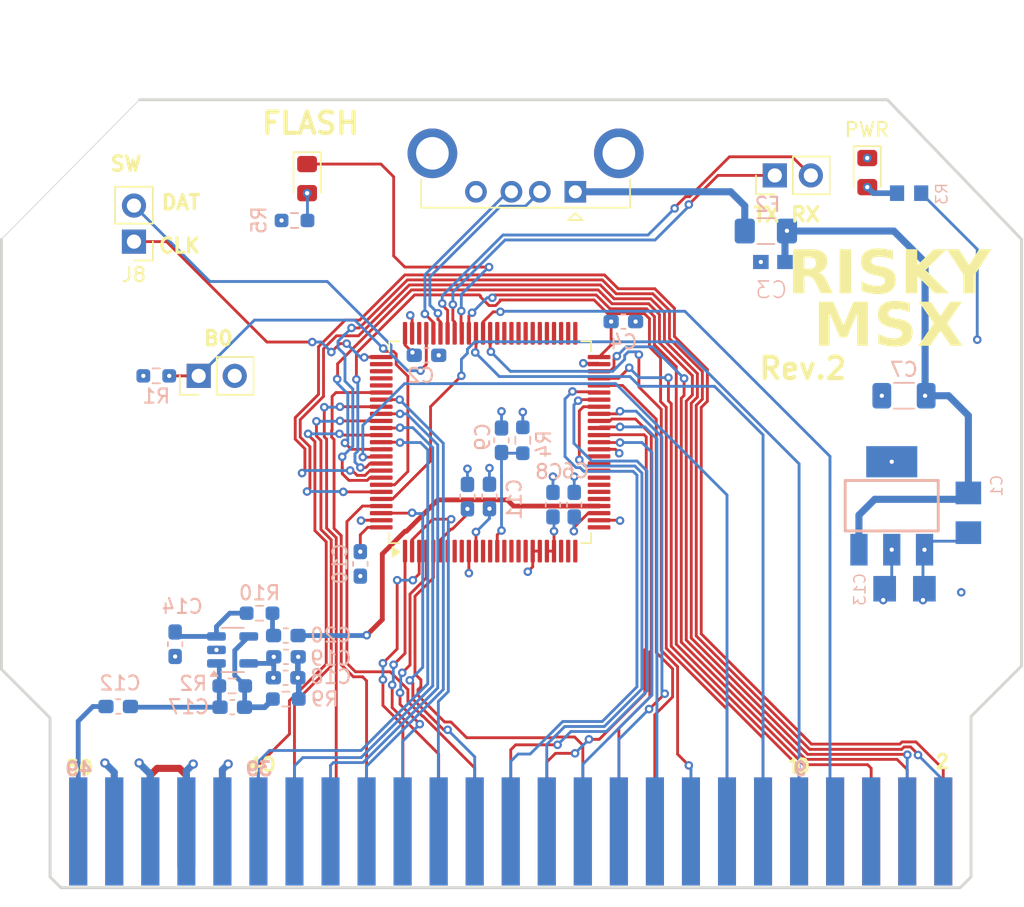
<source format=kicad_pcb>
(kicad_pcb (version 20241229) (generator "pcbnew") (generator_version "9.0")
  (layers (0 "F.Cu" signal) (4 "In1.Cu" power) (6 "In2.Cu" power) (2 "B.Cu" signal) (13 "F.Paste" user) (15 "B.Paste" user) (5 "F.SilkS" user "F.Silkscreen") (7 "B.SilkS" user "B.Silkscreen") (1 "F.Mask" user) (3 "B.Mask" user) (25 "Edge.Cuts" user))
  (net 0 "")
  (net 1 "GND")
  (net 2 "+5V")
  (net 3 "+3.3V")
  (net 4 "/~{EXCS1}")
  (net 5 "/~{EXCS2}")
  (net 6 "/~{EXCS12}")
  (net 7 "/~{EXSLTSL}")
  (net 9 "/~{RFSH}")
  (net 10 "/WAIT")
  (net 11 "/~{SLOT_INT}")
  (net 12 "/~{M1}")
  (net 13 "/BDIR")
  (net 14 "/IORQ")
  (net 15 "/MREQ")
  (net 16 "/WR")
  (net 17 "/RD")
  (net 18 "/~{RESET}")
  (net 20 "/A9")
  (net 21 "/A15")
  (net 22 "/A11")
  (net 23 "/A10")
  (net 24 "/A7")
  (net 25 "/A6")
  (net 26 "/A12")
  (net 27 "/A8")
  (net 28 "/A14")
  (net 29 "/A13")
  (net 30 "/A1")
  (net 31 "/A0")
  (net 32 "/A3")
  (net 33 "/A2")
  (net 34 "/A5")
  (net 35 "/A4")
  (net 36 "/D1")
  (net 37 "/D0")
  (net 38 "/D3")
  (net 39 "/D2")
  (net 40 "/D5")
  (net 41 "/D4")
  (net 42 "/D7")
  (net 43 "/D6")
  (net 44 "/SLOTCLK")
  (net 45 "Net-(CN1-SW1)")
  (net 47 "/SCC_AUD")
  (net 49 "/NRST")
  (net 50 "Net-(D1-A)")
  (net 51 "Net-(C12-Pad1)")
  (net 52 "Net-(J7-VBUS)")
  (net 53 "/BOOT0")
  (net 54 "/USART_TX")
  (net 55 "/USART_RX")
  (net 56 "/USB1_DM")
  (net 57 "/USB1_DP")
  (net 58 "/SWDIO")
  (net 59 "/SWCLK")
  (net 90 "Net-(D5-A)")
  (net 92 "Net-(U2-+)")
  (net 93 "/SCC_OUT")
  (net 94 "Net-(U2--)")
  (net 95 "Net-(C20-Pad2)")
  (net 96 "/LEDFLASH")
  (footprint "Connector_PinHeader_2.54mm:PinHeader_1x02_P2.54mm_Vertical" (layer "F.Cu") (at 126.46 96.7 90)
    (property "Reference" "J1" (hide yes))
    (property "Value" "Conn_01x02" (hide yes))
  )
  (footprint "" (layer "F.Cu") (at 121.975 108.975)
    (property "Reference" "@HOLE1" (hide yes))
    (property "Value" "")
  )
  (footprint "Connector_PinHeader_2.54mm:PinHeader_1x02_P2.54mm_Vertical" (layer "F.Cu") (at 167.06 82.575 90)
    (property "Reference" "J2" (hide yes))
    (property "Value" "Conn_01x02" (hide yes))
  )
  (footprint "LED_SMD:LED_0805_2012Metric_Pad1.15x1.40mm_HandSolder" (layer "F.Cu") (at 173.575 82.375 -90)
    (property "Reference" "D5" (hide yes))
    (property "Value" "PWR")
  )
  (footprint "Connector_USB:USB_A_CONNFLY_DS1095-WNR0" (layer "F.Cu") (at 153 83.7275 180)
    (property "Reference" "J7" (hide yes))
    (property "Value" "USB_1")
  )
  (footprint "Connector_PinHeader_2.54mm:PinHeader_1x02_P2.54mm_Vertical" (layer "F.Cu") (at 121.9 87.24 180)
    (property "Reference" "J8")
    (property "Value" "Conn_01x02" (hide yes))
  )
  (footprint "tfcart:MSX_CART" (layer "F.Cu") (at 115.4303 133.885934)
    (property "Reference" "CN1" (hide yes))
    (property "Value" "MSX_CART" (hide yes))
  )
  (footprint "" (layer "F.Cu") (at 176.975 117.725)
    (property "Reference" "@HOLE1" (hide yes))
    (property "Value" "")
  )
  (footprint "LED_SMD:LED_0805_2012Metric_Pad1.15x1.40mm_HandSolder" (layer "F.Cu") (at 134.1 82.8 -90)
    (property "Reference" "D1" (hide yes))
    (property "Value" "LED" (hide yes))
  )
  (footprint "Package_QFP:LQFP-100_14x14mm_P0.5mm" (layer "F.Cu") (at 147 101.375 90)
    (property "Reference" "U1" (hide yes))
    (property "Value" "CH32V307VCT6" (hide yes))
  )
  (footprint "Resistor_SMD:R_0603_1608Metric_Pad0.98x0.95mm_HandSolder" (layer "B.Cu") (at 128.825 118.55)
    (property "Reference" "R2")
    (property "Value" "R")
  )
  (footprint "Package_TO_SOT_SMD:SOT-23-5" (layer "B.Cu") (at 128.85 116.0125)
    (property "Reference" "U2" (hide yes))
    (property "Value" "MCP6001-OT")
  )
  (footprint "Resistor_SMD:R_0603_1608Metric_Pad0.98x0.95mm_HandSolder" (layer "B.Cu") (at 133.2125 85.75 180)
    (property "Reference" "R5")
    (property "Value" "2.2k" (hide yes))
  )
  (footprint "Capacitor_SMD:C_0603_1608Metric_Pad1.08x0.95mm_HandSolder" (layer "B.Cu") (at 128.8275 120.05 180)
    (property "Reference" "C17")
    (property "Value" "C")
  )
  (footprint "Capacitor_SMD:C_0603_1608Metric_Pad1.08x0.95mm_HandSolder" (layer "B.Cu") (at 151.425 105.775 90)
    (property "Reference" "C8")
    (property "Value" "C")
  )
  (footprint "tfcart:C1206" (layer "B.Cu") (at 176.2 111.7)
    (property "Reference" "C13")
    (property "Value" "1uF")
  )
  (footprint "Capacitor_SMD:C_0603_1608Metric_Pad1.08x0.95mm_HandSolder" (layer "B.Cu") (at 132.5875 117.975 180)
    (property "Reference" "C18")
    (property "Value" "C")
  )
  (footprint "Capacitor_SMD:C_0603_1608Metric_Pad1.08x0.95mm_HandSolder" (layer "B.Cu") (at 145.4 105.2125 90)
    (property "Reference" "C11")
    (property "Value" "C")
  )
  (footprint "Capacitor_SMD:C_0603_1608Metric_Pad1.08x0.95mm_HandSolder" (layer "B.Cu") (at 152.925 105.775 90)
    (property "Reference" "C6")
    (property "Value" "C")
  )
  (footprint "tfcart:C1206" (layer "B.Cu") (at 180.7 106.35 -90)
    (property "Reference" "C1")
    (property "Value" "100nF")
  )
  (footprint "Capacitor_SMD:C_0603_1608Metric_Pad1.08x0.95mm_HandSolder" (layer "B.Cu") (at 156.3875 92.875)
    (property "Reference" "C4")
    (property "Value" "C")
  )
  (footprint "Capacitor_SMD:C_0603_1608Metric_Pad1.08x0.95mm_HandSolder" (layer "B.Cu") (at 147.8 101.2375 90)
    (property "Reference" "C9")
    (property "Value" "0.1μF" (hide yes))
  )
  (footprint "Capacitor_SMD:C_1206_3216Metric_Pad1.33x1.80mm_HandSolder" (layer "B.Cu") (at 176.1625 98.1 180)
    (property "Reference" "C7")
    (property "Value" "C")
  )
  (footprint "Capacitor_SMD:C_0603_1608Metric_Pad1.08x0.95mm_HandSolder" (layer "B.Cu") (at 132.6 115 180)
    (property "Reference" "C20")
    (property "Value" "C")
  )
  (footprint "Resistor_SMD:R_0603_1608Metric_Pad0.98x0.95mm_HandSolder" (layer "B.Cu") (at 123.4725 96.7)
    (property "Reference" "R1")
    (property "Value" "10k")
  )
  (footprint "Capacitor_SMD:C_0603_1608Metric_Pad1.08x0.95mm_HandSolder" (layer "B.Cu") (at 142.5125 95.25)
    (property "Reference" "C2")
    (property "Value" "C" (hide yes))
  )
  (footprint "Capacitor_SMD:C_0603_1608Metric_Pad1.08x0.95mm_HandSolder" (layer "B.Cu") (at 146.95 105.2 90)
    (property "Reference" "C5" (hide yes))
    (property "Value" "C")
  )
  (footprint "tfcart:R0603" (layer "B.Cu") (at 176.525 83.825 180)
    (property "Reference" "R3")
    (property "Value" "10k" (hide yes))
  )
  (footprint "Resistor_SMD:R_0603_1608Metric_Pad0.98x0.95mm_HandSolder" (layer "B.Cu") (at 130.75 113.425 180)
    (property "Reference" "R10")
    (property "Value" "R")
  )
  (footprint "Capacitor_SMD:C_0603_1608Metric_Pad1.08x0.95mm_HandSolder" (layer "B.Cu") (at 120.7875 120 180)
    (property "Reference" "C12")
    (property "Value" "C")
  )
  (footprint "Capacitor_SMD:C_0603_1608Metric_Pad1.08x0.95mm_HandSolder" (layer "B.Cu") (at 124.8 115.6125 -90)
    (property "Reference" "C14")
    (property "Value" "C")
  )
  (footprint "tfcart:SOT223" (layer "B.Cu") (at 175.3 105.85 180)
    (property "Reference" "IC8" (hide yes))
    (property "Value" "LM1117MPX-3.3" (hide yes))
  )
  (footprint "tfcart:C0603" (layer "B.Cu") (at 166.925 88.675 180)
    (property "Reference" "C3")
    (property "Value" "10uF" (hide yes))
  )
  (footprint "Resistor_SMD:R_0603_1608Metric_Pad0.98x0.95mm_HandSolder" (layer "B.Cu") (at 132.6 119.475 180)
    (property "Reference" "R9")
    (property "Value" "R")
  )
  (footprint "Capacitor_SMD:C_0603_1608Metric_Pad1.08x0.95mm_HandSolder" (layer "B.Cu") (at 132.6125 116.5 180)
    (property "Reference" "C19")
    (property "Value" "C")
  )
  (footprint "Capacitor_SMD:C_0603_1608Metric_Pad1.08x0.95mm_HandSolder" (layer "B.Cu") (at 137.85 109.95 -90)
    (property "Reference" "C10")
    (property "Value" "C")
  )
  (footprint "Fuse:Fuse_1206_3216Metric_Pad1.42x1.75mm_HandSolder" (layer "B.Cu") (at 166.43 86.495)
    (property "Reference" "F2")
    (property "Value" "Fuse" (hide yes))
  )
  (footprint "Resistor_SMD:R_0603_1608Metric_Pad0.98x0.95mm_HandSolder" (layer "B.Cu") (at 149.3 101.2375 -90)
    (property "Reference" "R4")
    (property "Value" "R")
  )
  (gr_line (start 168.849059 123.746234) (end 168.757618 123.883394) (stroke (width 0.2032)) (layer "F.SilkS"))
  (gr_line (start 130.540781 123.573516) (end 130.086118 124.211053) (stroke (width 0.2032)) (layer "F.SilkS"))
  (gr_line (start 169.077659 124.655553) (end 169.212281 124.609834) (stroke (width 0.2032)) (layer "F.SilkS"))
  (gr_line (start 117.485181 124.109484) (end 117.62234 124.109484) (stroke (width 0.2032)) (layer "F.SilkS"))
  (gr_line (start 118.196381 124.198384) (end 118.196381 124.335534) (stroke (width 0.2032)) (layer "F.SilkS"))
  (gr_line (start 118.785659 124.561594) (end 118.831381 124.335534) (stroke (width 0.2032)) (layer "F.SilkS"))
  (gr_line (start 131.112281 124.345675) (end 131.203718 124.482834) (stroke (width 0.2032)) (layer "F.SilkS"))
  (gr_line (start 169.34944 124.246616) (end 169.34944 124.109453) (stroke (width 0.2032)) (layer "F.SilkS"))
  (gr_line (start 131.112281 123.756394) (end 131.0691 123.982453) (stroke (width 0.2032)) (layer "F.SilkS"))
  (gr_line (start 117.896659 124.381253) (end 117.896659 124.472694) (stroke (width 0.2032)) (layer "F.SilkS"))
  (gr_line (start 118.694218 123.835166) (end 118.5596 123.789434) (stroke (width 0.2032)) (layer "F.SilkS"))
  (gr_line (start 117.350559 124.698753) (end 117.30484 124.653034) (stroke (width 0.2032)) (layer "F.SilkS"))
  (gr_line (start 178.5539 124.316819) (end 179.191441 124.316819) (stroke (width 0.2032)) (layer "F.SilkS"))
  (gr_line (start 131.658381 123.756394) (end 131.56694 123.619234) (stroke (width 0.2032)) (layer "F.SilkS"))
  (gr_line (start 131.203718 123.619234) (end 131.112281 123.756394) (stroke (width 0.2032)) (layer "F.SilkS"))
  (gr_line (start 131.0691 123.982453) (end 131.0691 124.119616) (stroke (width 0.2032)) (layer "F.SilkS"))
  (gr_line (start 118.196381 124.335534) (end 118.2421 124.561594) (stroke (width 0.2032)) (layer "F.SilkS"))
  (gr_line (start 117.85094 124.244094) (end 117.896659 124.381253) (stroke (width 0.2032)) (layer "F.SilkS"))
  (gr_line (start 130.540781 123.573516) (end 130.540781 124.528553) (stroke (width 0.2032)) (layer "F.SilkS"))
  (gr_line (start 131.432318 124.528553) (end 131.56694 124.482834) (stroke (width 0.2032)) (layer "F.SilkS"))
  (gr_line (start 168.412181 123.700516) (end 168.412181 124.655553) (stroke (width 0.2032)) (layer "F.SilkS"))
  (gr_line (start 117.896659 124.472694) (end 117.85094 124.607325) (stroke (width 0.2032)) (layer "F.SilkS"))
  (gr_line (start 178.691063 123.4075) (end 178.779963 123.361782) (stroke (width 0.2032)) (layer "F.SilkS"))
  (gr_line (start 118.5596 123.789434) (end 118.468159 123.789434) (stroke (width 0.2032)) (layer "F.SilkS"))
  (gr_line (start 118.2421 124.561594) (end 118.331 124.698753) (stroke (width 0.2032)) (layer "F.SilkS"))
  (gr_line (start 179.145722 123.54466) (end 179.145722 123.6361) (stroke (width 0.2032)) (layer "F.SilkS"))
  (gr_line (start 117.350559 123.789434) (end 117.30484 124.198384) (stroke (width 0.2032)) (layer "F.SilkS"))
  (gr_line (start 179.054282 123.79358) (end 178.5539 124.316819) (stroke (width 0.2032)) (layer "F.SilkS"))
  (gr_line (start 179.1 123.453219) (end 179.145722 123.54466) (stroke (width 0.2032)) (layer "F.SilkS"))
  (gr_line (start 118.831381 124.335534) (end 118.831381 124.198384) (stroke (width 0.2032)) (layer "F.SilkS"))
  (gr_line (start 131.340881 124.528553) (end 131.432318 124.528553) (stroke (width 0.2032)) (layer "F.SilkS"))
  (gr_line (start 118.2421 123.972325) (end 118.196381 124.198384) (stroke (width 0.2032)) (layer "F.SilkS"))
  (gr_line (start 118.5596 124.744484) (end 118.694218 124.698753) (stroke (width 0.2032)) (layer "F.SilkS"))
  (gr_line (start 117.350559 124.152666) (end 117.485181 124.109484) (stroke (width 0.2032)) (layer "F.SilkS"))
  (gr_line (start 168.986218 124.655553) (end 169.077659 124.655553) (stroke (width 0.2032)) (layer "F.SilkS"))
  (gr_line (start 131.0691 124.119616) (end 131.112281 124.345675) (stroke (width 0.2032)) (layer "F.SilkS"))
  (gr_line (start 179.1 123.725) (end 179.008563 123.86216) (stroke (width 0.2032)) (layer "F.SilkS"))
  (gr_line (start 131.7041 124.119616) (end 131.7041 123.982453) (stroke (width 0.2032)) (layer "F.SilkS"))
  (gr_line (start 118.331 123.835166) (end 118.2421 123.972325) (stroke (width 0.2032)) (layer "F.SilkS"))
  (gr_line (start 168.757618 123.883394) (end 168.71444 124.109453) (stroke (width 0.2032)) (layer "F.SilkS"))
  (gr_line (start 131.203718 124.482834) (end 131.340881 124.528553) (stroke (width 0.2032)) (layer "F.SilkS"))
  (gr_line (start 179.145722 123.6361) (end 179.1 123.725) (stroke (width 0.2032)) (layer "F.SilkS"))
  (gr_line (start 131.432318 123.573516) (end 131.340881 123.573516) (stroke (width 0.2032)) (layer "F.SilkS"))
  (gr_line (start 117.485181 124.744484) (end 117.350559 124.698753) (stroke (width 0.2032)) (layer "F.SilkS"))
  (gr_line (start 168.71444 124.109453) (end 168.71444 124.246616) (stroke (width 0.2032)) (layer "F.SilkS"))
  (gr_line (start 117.30484 124.653034) (end 117.259118 124.561594) (stroke (width 0.2032)) (layer "F.SilkS"))
  (gr_line (start 169.212281 124.609834) (end 169.303718 124.472675) (stroke (width 0.2032)) (layer "F.SilkS"))
  (gr_line (start 168.849059 124.609834) (end 168.986218 124.655553) (stroke (width 0.2032)) (layer "F.SilkS"))
  (gr_line (start 169.303718 123.883394) (end 169.212281 123.746234) (stroke (width 0.2032)) (layer "F.SilkS"))
  (gr_line (start 117.7595 124.152666) (end 117.85094 124.244094) (stroke (width 0.2032)) (layer "F.SilkS"))
  (gr_line (start 131.658381 124.345675) (end 131.7041 124.119616) (stroke (width 0.2032)) (layer "F.SilkS"))
  (gr_line (start 117.805218 123.789434) (end 117.350559 123.789434) (stroke (width 0.2032)) (layer "F.SilkS"))
  (gr_line (start 131.56694 124.482834) (end 131.658381 124.345675) (stroke (width 0.2032)) (layer "F.SilkS"))
  (gr_line (start 131.7041 123.982453) (end 131.658381 123.756394) (stroke (width 0.2032)) (layer "F.SilkS"))
  (gr_line (start 117.85094 124.607325) (end 117.7595 124.698753) (stroke (width 0.2032)) (layer "F.SilkS"))
  (gr_line (start 117.62234 124.109484) (end 117.7595 124.152666) (stroke (width 0.2032)) (layer "F.SilkS"))
  (gr_line (start 130.086118 124.211053) (end 130.76684 124.211053) (stroke (width 0.2032)) (layer "F.SilkS"))
  (gr_line (start 131.340881 123.573516) (end 131.203718 123.619234) (stroke (width 0.2032)) (layer "F.SilkS"))
  (gr_line (start 179.054282 123.4075) (end 179.1 123.453219) (stroke (width 0.2032)) (layer "F.SilkS"))
  (gr_line (start 168.757618 124.472675) (end 168.849059 124.609834) (stroke (width 0.2032)) (layer "F.SilkS"))
  (gr_line (start 178.599622 123.590382) (end 178.599622 123.54466) (stroke (width 0.2032)) (layer "F.SilkS"))
  (gr_line (start 168.71444 124.246616) (end 168.757618 124.472675) (stroke (width 0.2032)) (layer "F.SilkS"))
  (gr_line (start 117.30484 124.198384) (end 117.350559 124.152666) (stroke (width 0.2032)) (layer "F.SilkS"))
  (gr_line (start 178.779963 123.361782) (end 178.962841 123.361782) (stroke (width 0.2032)) (layer "F.SilkS"))
  (gr_line (start 169.212281 123.746234) (end 169.077659 123.700516) (stroke (width 0.2032)) (layer "F.SilkS"))
  (gr_line (start 118.331 124.698753) (end 118.468159 124.744484) (stroke (width 0.2032)) (layer "F.SilkS"))
  (gr_line (start 169.303718 124.472675) (end 169.34944 124.246616) (stroke (width 0.2032)) (layer "F.SilkS"))
  (gr_line (start 118.831381 124.198384) (end 118.785659 123.972325) (stroke (width 0.2032)) (layer "F.SilkS"))
  (gr_line (start 117.7595 124.698753) (end 117.62234 124.744484) (stroke (width 0.2032)) (layer "F.SilkS"))
  (gr_line (start 169.077659 123.700516) (end 168.986218 123.700516) (stroke (width 0.2032)) (layer "F.SilkS"))
  (gr_line (start 131.56694 123.619234) (end 131.432318 123.573516) (stroke (width 0.2032)) (layer "F.SilkS"))
  (gr_line (start 118.785659 123.972325) (end 118.694218 123.835166) (stroke (width 0.2032)) (layer "F.SilkS"))
  (gr_line (start 118.468159 123.789434) (end 118.331 123.835166) (stroke (width 0.2032)) (layer "F.SilkS"))
  (gr_line (start 118.694218 124.698753) (end 118.785659 124.561594) (stroke (width 0.2032)) (layer "F.SilkS"))
  (gr_line (start 178.599622 123.54466) (end 178.645341 123.453219) (stroke (width 0.2032)) (layer "F.SilkS"))
  (gr_line (start 117.62234 124.744484) (end 117.485181 124.744484) (stroke (width 0.2032)) (layer "F.SilkS"))
  (gr_line (start 169.34944 124.109453) (end 169.303718 123.883394) (stroke (width 0.2032)) (layer "F.SilkS"))
  (gr_line (start 168.277559 123.837675) (end 168.412181 123.700516) (stroke (width 0.2032)) (layer "F.SilkS"))
  (gr_line (start 178.645341 123.453219) (end 178.691063 123.4075) (stroke (width 0.2032)) (layer "F.SilkS"))
  (gr_line (start 168.986218 123.700516) (end 168.849059 123.746234) (stroke (width 0.2032)) (layer "F.SilkS"))
  (gr_line (start 118.468159 124.744484) (end 118.5596 124.744484) (stroke (width 0.2032)) (layer "F.SilkS"))
  (gr_line (start 178.962841 123.361782) (end 179.054282 123.4075) (stroke (width 0.2032)) (layer "F.SilkS"))
  (gr_line (start 168.186118 123.883394) (end 168.277559 123.837675) (stroke (width 0.2032)) (layer "F.SilkS"))
  (gr_line (start 168.885259 123.878334) (end 168.83979 123.878334) (stroke (width 0.2032)) (layer "B.SilkS"))
  (gr_line (start 169.157981 124.196525) (end 169.157981 124.151084) (stroke (width 0.2032)) (layer "B.SilkS"))
  (gr_line (start 130.85005 124.560175) (end 130.895518 124.696525) (stroke (width 0.2032)) (layer "B.SilkS"))
  (gr_line (start 129.95915 124.423803) (end 130.004609 124.651084) (stroke (width 0.2032)) (layer "B.SilkS"))
  (gr_line (start 117.577259 123.878334) (end 117.531809 123.878334) (stroke (width 0.2032)) (layer "B.SilkS"))
  (gr_line (start 117.531809 123.878334) (end 117.39544 123.923803) (stroke (width 0.2032)) (layer "B.SilkS"))
  (gr_line (start 130.45914 124.787434) (end 130.504609 124.696525) (stroke (width 0.2032)) (layer "B.SilkS"))
  (gr_line (start 131.03189 124.241994) (end 130.940959 124.287434) (stroke (width 0.2032)) (layer "B.SilkS"))
  (gr_line (start 130.231868 124.469275) (end 130.277331 124.469275) (stroke (width 0.2032)) (layer "B.SilkS"))
  (gr_line (start 130.85005 124.469275) (end 130.85005 124.560175) (stroke (width 0.2032)) (layer "B.SilkS"))
  (gr_line (start 168.70344 123.923803) (end 168.612509 124.014716) (stroke (width 0.2032)) (layer "B.SilkS"))
  (gr_line (start 130.55005 124.196525) (end 130.55005 124.151084) (stroke (width 0.2032)) (layer "B.SilkS"))
  (gr_line (start 131.395518 124.787434) (end 131.440959 124.741994) (stroke (width 0.2032)) (layer "B.SilkS"))
  (gr_line (start 130.004609 124.651084) (end 130.095518 124.787434) (stroke (width 0.2032)) (layer "B.SilkS"))
  (gr_line (start 117.531809 124.469275) (end 117.577259 124.469275) (stroke (width 0.2032)) (layer "B.SilkS"))
  (gr_line (start 117.39544 124.423803) (end 117.531809 124.469275) (stroke (width 0.2032)) (layer "B.SilkS"))
  (gr_line (start 117.622718 124.832894) (end 117.75909 124.787434) (stroke (width 0.2032)) (layer "B.SilkS"))
  (gr_line (start 117.804531 124.014716) (end 117.713631 123.923803) (stroke (width 0.2032)) (layer "B.SilkS"))
  (gr_line (start 169.157981 124.151084) (end 169.112509 124.014716) (stroke (width 0.2032)) (layer "B.SilkS"))
  (gr_line (start 117.2591 124.423803) (end 117.30454 124.651084) (stroke (width 0.2032)) (layer "B.SilkS"))
  (gr_line (start 169.112509 124.014716) (end 169.0216 123.923803) (stroke (width 0.2032)) (layer "B.SilkS"))
  (gr_line (start 117.85 124.151084) (end 117.804531 124.014716) (stroke (width 0.2032)) (layer "B.SilkS"))
  (gr_line (start 118.831809 124.514716) (end 118.15 124.514716) (stroke (width 0.2032)) (layer "B.SilkS"))
  (gr_line (start 130.277331 124.469275) (end 130.4137 124.423803) (stroke (width 0.2032)) (layer "B.SilkS"))
  (gr_line (start 169.0216 124.423803) (end 169.112509 124.332894) (stroke (width 0.2032)) (layer "B.SilkS"))
  (gr_line (start 168.885259 124.469275) (end 169.0216 124.423803) (stroke (width 0.2032)) (layer "B.SilkS"))
  (gr_line (start 168.70344 124.423803) (end 168.83979 124.469275) (stroke (width 0.2032)) (layer "B.SilkS"))
  (gr_line (start 130.895518 123.878334) (end 131.16824 124.241994) (stroke (width 0.2032)) (layer "B.SilkS"))
  (gr_line (start 117.30454 124.014716) (end 117.2591 124.196525) (stroke (width 0.2032)) (layer "B.SilkS"))
  (gr_line (start 131.440959 124.741994) (end 131.486418 124.651084) (stroke (width 0.2032)) (layer "B.SilkS"))
  (gr_line (start 169.112509 124.332894) (end 169.157981 124.196525) (stroke (width 0.2032)) (layer "B.SilkS"))
  (gr_line (start 168.612509 124.332894) (end 168.70344 124.423803) (stroke (width 0.2032)) (layer "B.SilkS"))
  (gr_line (start 130.55005 124.151084) (end 130.504609 124.014716) (stroke (width 0.2032)) (layer "B.SilkS"))
  (gr_line (start 130.095518 124.423803) (end 130.231868 124.469275) (stroke (width 0.2032)) (layer "B.SilkS"))
  (gr_line (start 168.567068 124.423803) (end 168.612509 124.651084) (stroke (width 0.2032)) (layer "B.SilkS"))
  (gr_line (start 117.85 124.196525) (end 117.85 124.151084) (stroke (width 0.2032)) (layer "B.SilkS"))
  (gr_line (start 130.4137 124.423803) (end 130.504609 124.332894) (stroke (width 0.2032)) (layer "B.SilkS"))
  (gr_line (start 131.25914 124.832894) (end 131.395518 124.787434) (stroke (width 0.2032)) (layer "B.SilkS"))
  (gr_line (start 118.377281 123.878334) (end 118.377281 124.832894) (stroke (width 0.2032)) (layer "B.SilkS"))
  (gr_line (start 168.83979 124.469275) (end 168.885259 124.469275) (stroke (width 0.2032)) (layer "B.SilkS"))
  (gr_line (start 117.30454 124.332894) (end 117.39544 124.423803) (stroke (width 0.2032)) (layer "B.SilkS"))
  (gr_line (start 117.713631 123.923803) (end 117.577259 123.878334) (stroke (width 0.2032)) (layer "B.SilkS"))
  (gr_line (start 130.895518 124.696525) (end 130.986418 124.787434) (stroke (width 0.2032)) (layer "B.SilkS"))
  (gr_line (start 130.004609 124.332894) (end 130.095518 124.423803) (stroke (width 0.2032)) (layer "B.SilkS"))
  (gr_line (start 117.804531 124.332894) (end 117.85 124.196525) (stroke (width 0.2032)) (layer "B.SilkS"))
  (gr_line (start 118.377281 123.878334) (end 118.831809 124.514716) (stroke (width 0.2032)) (layer "B.SilkS"))
  (gr_line (start 130.231868 123.878334) (end 130.095518 123.923803) (stroke (width 0.2032)) (layer "B.SilkS"))
  (gr_line (start 117.75909 124.787434) (end 117.804531 124.696525) (stroke (width 0.2032)) (layer "B.SilkS"))
  (gr_line (start 168.9307 124.832894) (end 169.067068 124.787434) (stroke (width 0.2032)) (layer "B.SilkS"))
  (gr_line (start 130.504609 124.332894) (end 130.55005 124.196525) (stroke (width 0.2032)) (layer "B.SilkS"))
  (gr_line (start 117.30454 124.651084) (end 117.39544 124.787434) (stroke (width 0.2032)) (layer "B.SilkS"))
  (gr_line (start 130.277331 123.878334) (end 130.231868 123.878334) (stroke (width 0.2032)) (layer "B.SilkS"))
  (gr_line (start 131.1228 124.832894) (end 131.25914 124.832894) (stroke (width 0.2032)) (layer "B.SilkS"))
  (gr_line (start 130.095518 124.787434) (end 130.231868 124.832894) (stroke (width 0.2032)) (layer "B.SilkS"))
  (gr_line (start 117.577259 124.469275) (end 117.713631 124.423803) (stroke (width 0.2032)) (layer "B.SilkS"))
  (gr_line (start 130.4137 123.923803) (end 130.277331 123.878334) (stroke (width 0.2032)) (layer "B.SilkS"))
  (gr_line (start 168.567068 124.196525) (end 168.612509 124.332894) (stroke (width 0.2032)) (layer "B.SilkS"))
  (gr_line (start 129.95915 124.196525) (end 130.004609 124.332894) (stroke (width 0.2032)) (layer "B.SilkS"))
  (gr_line (start 130.940959 124.287434) (end 130.895518 124.332894) (stroke (width 0.2032)) (layer "B.SilkS"))
  (gr_line (start 130.095518 123.923803) (end 130.004609 124.014716) (stroke (width 0.2032)) (layer "B.SilkS"))
  (gr_line (start 130.004609 124.014716) (end 129.95915 124.196525) (stroke (width 0.2032)) (layer "B.SilkS"))
  (gr_line (start 169.067068 124.787434) (end 169.112509 124.696525) (stroke (width 0.2032)) (layer "B.SilkS"))
  (gr_line (start 130.895518 124.332894) (end 130.85005 124.469275) (stroke (width 0.2032)) (layer "B.SilkS"))
  (gr_line (start 168.825 124.832894) (end 168.91591 124.832894) (stroke (width 0.2032)) (layer "B.SilkS"))
  (gr_line (start 168.567068 124.196525) (end 168.567068 124.423803) (stroke (width 0.2032)) (layer "B.SilkS"))
  (gr_line (start 117.2591 124.196525) (end 117.30454 124.332894) (stroke (width 0.2032)) (layer "B.SilkS"))
  (gr_line (start 168.612509 124.014716) (end 168.567068 124.196525) (stroke (width 0.2032)) (layer "B.SilkS"))
  (gr_line (start 117.39544 124.787434) (end 117.531809 124.832894) (stroke (width 0.2032)) (layer "B.SilkS"))
  (gr_line (start 168.83979 123.878334) (end 168.70344 123.923803) (stroke (width 0.2032)) (layer "B.SilkS"))
  (gr_line (start 131.395518 123.878334) (end 130.895518 123.878334) (stroke (width 0.2032)) (layer "B.SilkS"))
  (gr_line (start 117.531809 124.832894) (end 117.622718 124.832894) (stroke (width 0.2032)) (layer "B.SilkS"))
  (gr_line (start 129.95915 124.196525) (end 129.95915 124.423803) (stroke (width 0.2032)) (layer "B.SilkS"))
  (gr_line (start 117.39544 123.923803) (end 117.30454 124.014716) (stroke (width 0.2032)) (layer "B.SilkS"))
  (gr_line (start 130.3228 124.832894) (end 130.45914 124.787434) (stroke (width 0.2032)) (layer "B.SilkS"))
  (gr_line (start 168.70344 124.787434) (end 168.83979 124.832894) (stroke (width 0.2032)) (layer "B.SilkS"))
  (gr_line (start 117.713631 124.423803) (end 117.804531 124.332894) (stroke (width 0.2032)) (layer "B.SilkS"))
  (gr_line (start 131.16824 124.241994) (end 131.03189 124.241994) (stroke (width 0.2032)) (layer "B.SilkS"))
  (gr_line (start 169.0216 123.923803) (end 168.885259 123.878334) (stroke (width 0.2032)) (layer "B.SilkS"))
  (gr_line (start 130.231868 124.832894) (end 130.3228 124.832894) (stroke (width 0.2032)) (layer "B.SilkS"))
  (gr_line (start 130.986418 124.787434) (end 131.1228 124.832894) (stroke (width 0.2032)) (layer "B.SilkS"))
  (gr_line (start 130.504609 124.014716) (end 130.4137 123.923803) (stroke (width 0.2032)) (layer "B.SilkS"))
  (gr_line (start 117.2591 124.196525) (end 117.2591 124.423803) (stroke (width 0.2032)) (layer "B.SilkS"))
  (gr_line (start 122.2883 77.238866) (end 174.9933 77.238866) (stroke (width 0.2032)) (layer "Edge.Cuts"))
  (gr_line (start 112.5601 87.073734) (end 122.2883 77.238866) (stroke (width 0.05)) (layer "Edge.Cuts"))
  (gr_line (start 115.9891 132.006334) (end 115.9891 120.804944) (stroke (width 0.2032)) (layer "Edge.Cuts"))
  (gr_line (start 184.4421 87.073734) (end 184.4421 117.147334) (stroke (width 0.2032)) (layer "Edge.Cuts"))
  (gr_line (start 180.8861 120.703334) (end 180.8861 132.006334) (stroke (width 0.2032)) (layer "Edge.Cuts"))
  (gr_line (start 112.5601 117.375944) (end 112.5601 87.073734) (stroke (width 0.2032)) (layer "Edge.Cuts"))
  (gr_line (start 115.9891 120.804944) (end 112.5601 117.375944) (stroke (width 0.2032)) (layer "Edge.Cuts"))
  (gr_line (start 180.1241 132.768334) (end 116.7511 132.768334) (stroke (width 0.2032)) (layer "Edge.Cuts"))
  (gr_line (start 184.4421 117.147334) (end 180.8861 120.703334) (stroke (width 0.2032)) (layer "Edge.Cuts"))
  (gr_line (start 174.9933 77.238866) (end 184.4421 87.073734) (stroke (width 0.2032)) (layer "Edge.Cuts"))
  (gr_line (start 116.7511 132.768334) (end 115.9891 132.006334) (stroke (width 0.2032)) (layer "Edge.Cuts"))
  (gr_line (start 180.8861 132.006334) (end 180.1241 132.768334) (stroke (width 0.2032)) (layer "Edge.Cuts"))
  (gr_text "CLK\n" (at 123.525 88.125 0) (layer "F.SilkS") (effects (font (size 1.016 1.016) (thickness 0.2286) (bold yes)) (justify left bottom)))
  (gr_text "SW" (at 120.125 82.35 0) (layer "F.SilkS") (effects (font (size 1.016 1.016) (thickness 0.2286) (bold yes)) (justify left bottom)))
  (gr_text "FLASH" (at 130.75 79.775 0) (layer "F.SilkS") (effects (font (size 1.5 1.5) (thickness 0.3) (bold yes)) (justify left bottom)))
  (gr_text "RISKY\n" (at 175.125 91.4 0) (layer "F.SilkS") (effects (font (size 3.048 3.048) (thickness 0.3) (bold yes)) (justify bottom)))
  (gr_text "B0\n" (at 126.7 94.65 0) (layer "F.SilkS") (effects (font (size 1.016 1.016) (thickness 0.2286) (bold yes)) (justify left bottom)))
  (gr_text "Rev.2" (at 165.8 97.05 0) (layer "F.SilkS") (effects (font (size 1.5 1.5) (thickness 0.3) (bold yes)) (justify left bottom)))
  (gr_text "TX" (at 165.45 85.95 0) (layer "F.SilkS") (effects (font (size 1.016 1.016) (thickness 0.2286) (bold yes)) (justify left bottom)))
  (gr_text "MSX" (at 175.075 95.1 0) (layer "F.SilkS") (effects (font (size 3.048 3.048) (thickness 0.3) (bold yes)) (justify bottom)))
  (gr_text "DAT" (at 123.725 85.075 0) (layer "F.SilkS") (effects (font (size 1.016 1.016) (thickness 0.2286) (bold yes)) (justify left bottom)))
  (gr_text "RX" (at 168.075 85.925 0) (layer "F.SilkS") (effects (font (size 1.016 1.016) (thickness 0.2286) (bold yes)) (justify left bottom)))
  (segment (start 154.610364 95.810364) (end 154.675 95.875) (width 0.2) (layer "F.Cu") (net 1))
  (segment (start 155.820904 101.875) (end 156.096394 102.15049) (width 0.2) (layer "F.Cu") (net 1))
  (segment (start 150.5 109.05) (end 150 109.05) (width 0.2) (layer "F.Cu") (net 1))
  (segment (start 139.325 106.875) (end 137.925 106.875) (width 0.2) (layer "F.Cu") (net 1))
  (segment (start 150 110.151004) (end 149.651004 110.5) (width 0.2) (layer "F.Cu") (net 1))
  (segment (start 137.925 106.875) (end 137.9 106.9) (width 0.2) (layer "F.Cu") (net 1))
  (segment (start 141.5 93.7) (end 141.5 92.562424) (width 0.2) (layer "F.Cu") (net 1))
  (segment (start 153.562984 95.810364) (end 154.610364 95.810364) (width 0.2) (layer "F.Cu") (net 1))
  (segment (start 141.5 92.562424) (end 141.368788 92.431212) (width 0.2) (layer "F.Cu") (net 1))
  (segment (start 150 109.05) (end 150 110.151004) (width 0.2) (layer "F.Cu") (net 1))
  (segment (start 154.675 101.875) (end 155.820904 101.875) (width 0.2) (layer "F.Cu") (net 1))
  (segment (start 156.15 106.9) (end 156.125 106.875) (width 0.2) (layer "F.Cu") (net 1))
  (segment (start 145.5 109.05) (end 145.5 110.6) (width 0.2) (layer "F.Cu") (net 1))
  (segment (start 156.125 106.875) (end 154.675 106.875) (width 0.2) (layer "F.Cu") (net 1))
  (via (at 127.7125 116.0125) (size 0.6) (drill 0.3) (layers "F.Cu" "B.Cu") (net 1))
  (via (at 137.85 110.8125) (size 0.6) (drill 0.3) (layers "F.Cu" "B.Cu") (net 1))
  (via (at 133.475 116.5) (size 0.6) (drill 0.3) (layers "F.Cu" "B.Cu") (net 1))
  (via (at 137.9 106.9) (size 0.6) (drill 0.3) (layers "F.Cu" "B.Cu") (net 1))
  (via (at 177.605 108.955) (size 0.6) (drill 0.3) (layers "F.Cu" "B.Cu") (net 1))
  (via (at 152.925 103.8) (size 0.6) (drill 0.3) (layers "F.Cu" "B.Cu") (net 1))
  (via (at 141.368788 92.431212) (size 0.6) (drill 0.3) (layers "F.Cu" "B.Cu") (net 1))
  (via (at 143.375 95.25) (size 0.6) (drill 0.3) (layers "F.Cu" "B.Cu") (net 1))
  (via (at 149.651004 110.5) (size 0.6) (drill 0.3) (layers "F.Cu" "B.Cu") (net 1))
  (via (at 133.45 117.975) (size 0.6) (drill 0.3) (layers "F.Cu" "B.Cu") (net 1))
  (via (at 174.6 98.1) (size 0.6) (drill 0.3) (layers "F.Cu" "B.Cu") (net 1))
  (via (at 128.5367 124.056134) (size 0.6548) (drill 0.35) (layers "F.Cu" "B.Cu") (net 1))
  (via (at 147.8 99.2) (size 0.6) (drill 0.3) (layers "F.Cu" "B.Cu") (net 1))
  (via (at 124.8 116.475) (size 0.6) (drill 0.3) (layers "F.Cu" "B.Cu") (net 1))
  (via (at 157.25 92.875) (size 0.6) (drill 0.3) (layers "F.Cu" "B.Cu") (net 1))
  (via (at 156.096394 102.15049) (size 0.6) (drill 0.3) (layers "F.Cu" "B.Cu") (net 1))
  (via (at 151.425 103.8) (size 0.6) (drill 0.3) (layers "F.Cu" "B.Cu") (net 1))
  (via (at 146.95 103.2) (size 0.6) (drill 0.3) (layers "F.Cu" "B.Cu") (net 1))
  (via (at 122.56 96.7) (size 0.6) (drill 0.3) (layers "F.Cu" "B.Cu") (net 1))
  (via (at 153.562984 95.810364) (size 0.6) (drill 0.3) (layers "F.Cu" "B.Cu") (net 1))
  (via (at 173.575 81.35) (size 0.6) (drill 0.3) (layers "F.Cu" "B.Cu") (net 1))
  (via (at 177.5 112.5) (size 0.6) (drill 0.3) (layers "F.Cu" "B.Cu") (net 1))
  (via (at 126.0729 124.056134) (size 0.6548) (drill 0.35) (layers "F.Cu" "B.Cu") (net 1))
  (via (at 166.075 88.675) (size 0.6) (drill 0.3) (layers "F.Cu" "B.Cu") (net 1))
  (via (at 145.5 110.6) (size 0.6) (drill 0.3) (layers "F.Cu" "B.Cu") (net 1))
  (via (at 145.4 103.25) (size 0.6) (drill 0.3) (layers "F.Cu" "B.Cu") (net 1))
  (via (at 156.15 106.9) (size 0.6) (drill 0.3) (layers "F.Cu" "B.Cu") (net 1))
  (segment (start 133.45 116.525) (end 133.475 116.5) (width 0.4) (layer "B.Cu") (net 1))
  (segment (start 128.1303 124.462534) (end 128.5367 124.056134) (width 0.5) (layer "B.Cu") (net 1))
  (segment (start 178.21 108.35) (end 177.611 108.949) (width 0.2) (layer "B.Cu") (net 1))
  (segment (start 180.7 107.75) (end 180.1 108.35) (width 0.2) (layer "B.Cu") (net 1))
  (segment (start 146.95 103.2) (end 146.95 104.3375) (width 0.2) (layer "B.Cu") (net 1))
  (segment (start 145.4 103.25) (end 145.4 104.35) (width 0.2) (layer "B.Cu") (net 1))
  (segment (start 177.605 108.955) (end 177.611 108.949) (width 0.2) (layer "B.Cu") (net 1))
  (segment (start 133.5125 118.0375) (end 133.45 117.975) (width 0.4) (layer "B.Cu") (net 1))
  (segment (start 151.425 104.9125) (end 151.425 103.8) (width 0.2) (layer "B.Cu") (net 1))
  (segment (start 133.45 117.975) (end 133.45 116.525) (width 0.4) (layer "B.Cu") (net 1))
  (segment (start 125.5903 124.538734) (end 126.0729 124.056134) (width 0.5) (layer "B.Cu") (net 1))
  (segment (start 152.925 104.9125) (end 152.925 103.8) (width 0.2) (layer "B.Cu") (net 1))
  (segment (start 125.5903 128.805934) (end 125.5903 124.538734) (width 0.5) (layer "B.Cu") (net 1))
  (segment (start 177.5 112.5) (end 177.5 109.06) (width 0.2) (layer "B.Cu") (net 1))
  (segment (start 128.1303 128.805934) (end 128.1303 124.462534) (width 0.5) (layer "B.Cu") (net 1))
  (segment (start 180.1 108.35) (end 178.21 108.35) (width 0.2) (layer "B.Cu") (net 1))
  (segment (start 177.5 109.06) (end 177.605 108.955) (width 0.2) (layer "B.Cu") (net 1))
  (segment (start 133.5125 119.475) (end 133.5125 118.0375) (width 0.4) (layer "B.Cu") (net 1))
  (segment (start 147.8 99.2) (end 147.8 100.375) (width 0.2) (layer "B.Cu") (net 1))
  (via (at 122.2629 123.979934) (size 0.6548) (drill 0.35) (layers "F.Cu" "B.Cu") (net 2))
  (via (at 131.725 117.975) (size 0.6) (drill 0.3) (layers "F.Cu" "B.Cu") (net 2))
  (via (at 131.75 116.5) (size 0.6) (drill 0.3) (layers "F.Cu" "B.Cu") (net 2))
  (via (at 167.9125 86.475) (size 0.6) (drill 0.3) (layers "F.Cu" "B.Cu") (net 2))
  (via (at 177.65 98.1) (size 0.6) (drill 0.3) (layers "F.Cu" "B.Cu") (net 2))
  (via (at 119.8499 123.979934) (size 0.6548) (drill 0.35) (layers "F.Cu" "B.Cu") (net 2))
  (segment (start 180.7 104.95) (end 180.7 99.5) (width 0.5) (layer "B.Cu") (net 2))
  (segment (start 120.5103 124.640334) (end 120.5103 128.805934) (width 0.5) (layer "B.Cu") (net 2))
  (segment (start 172.989 106.511) (end 174.1 105.4) (width 0.5) (layer "B.Cu") (net 2))
  (segment (start 179.3 98.1) (end 177.65 98.1) (width 0.5) (layer "B.Cu") (net 2))
  (segment (start 177.65 98.1) (end 177.65 88.7) (width 0.5) (layer "B.Cu") (net 2))
  (segment (start 177.4625 97.9125) (end 177.65 98.1) (width 0.2) (layer "B.Cu") (net 2))
  (segment (start 119.8499 123.979934) (end 120.5103 124.640334) (width 0.5) (layer "B.Cu") (net 2))
  (segment (start 167.775 88.675) (end 167.775 86.6375) (width 0.5) (layer "B.Cu") (net 2))
  (segment (start 172.989 108.949) (end 172.989 106.511) (width 0.5) (layer "B.Cu") (net 2))
  (segment (start 123.0503 128.805934) (end 123.0503 124.767334) (width 0.5) (layer "B.Cu") (net 2))
  (segment (start 131.75 117.1) (end 131.75 117.95) (width 0.34) (layer "B.Cu") (net 2))
  (segment (start 180.25 105.4) (end 180.7 104.95) (width 0.5) (layer "B.Cu") (net 2))
  (segment (start 131.75 117.1) (end 131.6125 116.9625) (width 0.34) (layer "B.Cu") (net 2))
  (segment (start 167.775 86.6375) (end 167.9175 86.495) (width 0.5) (layer "B.Cu") (net 2))
  (segment (start 174.1 105.4) (end 180.25 105.4) (width 0.5) (layer "B.Cu") (net 2))
  (segment (start 180.7 99.5) (end 179.3 98.1) (width 0.5) (layer "B.Cu") (net 2))
  (segment (start 123.0503 124.767334) (end 122.2629 123.979934) (width 0.5) (layer "B.Cu") (net 2))
  (segment (start 131.6125 116.9625) (end 129.9875 116.9625) (width 0.34) (layer "B.Cu") (net 2))
  (segment (start 131.75 116.5) (end 131.75 117.1) (width 0.34) (layer "B.Cu") (net 2))
  (segment (start 175.445 86.495) (end 167.9175 86.495) (width 0.5) (layer "B.Cu") (net 2))
  (segment (start 131.75 117.95) (end 131.725 117.975) (width 0.34) (layer "B.Cu") (net 2))
  (segment (start 177.65 88.7) (end 175.445 86.495) (width 0.5) (layer "B.Cu") (net 2))
  (segment (start 154.675 95.375) (end 155.525 94.525) (width 0.2) (layer "F.Cu") (net 3))
  (segment (start 143.5 109.05) (end 143.5 108.250001) (width 0.2) (layer "F.Cu") (net 3))
  (segment (start 139.325 107.375) (end 138.375 107.375) (width 0.2) (layer "F.Cu") (net 3))
  (segment (start 146 109.05) (end 146 107.7) (width 0.2) (layer "F.Cu") (net 3))
  (segment (start 145.4 106.433612) (end 145.4 106.075) (width 0.2) (layer "F.Cu") (net 3))
  (segment (start 155.525 94.525) (end 155.525 92.875) (width 0.2) (layer "F.Cu") (net 3))
  (segment (start 137.85 109.0875) (end 137.85 107.9) (width 0.2) (layer "F.Cu") (net 3))
  (segment (start 153.909908 106.375) (end 154.675 106.375) (width 0.2) (layer "F.Cu") (net 3))
  (segment (start 144.333612 107.5) (end 145.4 106.433612) (width 0.2) (layer "F.Cu") (net 3))
  (segment (start 141 94.525) (end 141 93.7) (width 0.2) (layer "F.Cu") (net 3))
  (segment (start 144.250001 107.5) (end 144.333612 107.5) (width 0.2) (layer "F.Cu") (net 3))
  (segment (start 141.525 95.05) (end 141 94.525) (width 0.2) (layer "F.Cu") (net 3))
  (segment (start 137.85 107.9) (end 138.375 107.375) (width 0.2) (layer "F.Cu") (net 3))
  (segment (start 143.5 108.250001) (end 144.250001 107.5) (width 0.2) (layer "F.Cu") (net 3))
  (segment (start 152.9 107.65) (end 152.9 107.384908) (width 0.2) (layer "F.Cu") (net 3))
  (segment (start 152.9 107.384908) (end 153.909908 106.375) (width 0.2) (layer "F.Cu") (net 3))
  (segment (start 180.2003 111.953934) (end 180.1613 111.914934) (width 0.2032) (layer "F.Cu") (net 3))
  (segment (start 151.5 109.05) (end 151.5 107.65) (width 0.2) (layer "F.Cu") (net 3))
  (segment (start 151 109.05) (end 151.5 109.05) (width 0.2) (layer "F.Cu") (net 3))
  (via (at 175.3 102.751) (size 0.6) (drill 0.3) (layers "F.Cu" "B.Cu") (net 3))
  (via (at 151.5 107.65) (size 0.6) (drill 0.3) (layers "F.Cu" "B.Cu") (net 3))
  (via (at 137.85 109.0875) (size 0.6) (drill 0.3) (layers "F.Cu" "B.Cu") (net 3))
  (via (at 155.525 92.875) (size 0.6) (drill 0.3) (layers "F.Cu" "B.Cu") (net 3))
  (via (at 152.9 107.65) (size 0.6) (drill 0.3) (layers "F.Cu" "B.Cu") (net 3))
  (via (at 175.3 108.949) (size 0.6) (drill 0.3) (layers "F.Cu" "B.Cu") (net 3))
  (via (at 141.525 95.05) (size 0.6) (drill 0.3) (layers "F.Cu" "B.Cu") (net 3))
  (via (at 174.7 112.5) (size 0.6) (drill 0.3) (layers "F.Cu" "B.Cu") (net 3))
  (via (at 181.325 94.15) (size 0.6) (drill 0.3) (layers "F.Cu" "B.Cu") (net 3))
  (via (at 145.4 106.075) (size 0.6) (drill 0.3) (layers "F.Cu" "B.Cu") (net 3))
  (via (at 146 107.7) (size 0.6) (drill 0.3) (layers "F.Cu" "B.Cu") (net 3))
  (via (at 146.95 106.0625) (size 0.6) (drill 0.3) (layers "F.Cu" "B.Cu") (net 3))
  (via (at 132.3 85.75) (size 0.6) (drill 0.3) (layers "F.Cu" "B.Cu") (net 3))
  (via (at 149.3 99.25) (size 0.6) (drill 0.3) (layers "F.Cu" "B.Cu") (net 3))
  (via (at 180.2003 111.953934) (size 0.6) (drill 0.3) (layers "F.Cu" "B.Cu") (net 3))
  (segment (start 175.3 111.6) (end 175.3 108.949) (width 0.2) (layer "B.Cu") (net 3))
  (segment (start 149.3 99.25) (end 149.3 100.325) (width 0.2) (layer "B.Cu") (net 3))
  (segment (start 174.7 112.5) (end 174.7 112.2) (width 0.2) (layer "B.Cu") (net 3))
  (segment (start 174.7 112.2) (end 175.3 111.6) (width 0.2) (layer "B.Cu") (net 3))
  (segment (start 181.325 87.775) (end 181.325 94.15) (width 0.2) (layer "B.Cu") (net 3))
  (segment (start 151.5 106.7125) (end 151.425 106.6375) (width 0.2) (layer "B.Cu") (net 3))
  (segment (start 152.9 106.6625) (end 152.925 106.6375) (width 0.2) (layer "B.Cu") (net 3))
  (segment (start 146.95 106.0625) (end 146.95 106.75) (width 0.2) (layer "B.Cu") (net 3))
  (segment (start 151.3625 106.375) (end 151.3625 106.6125) (width 0.2) (layer "B.Cu") (net 3))
  (segment (start 151.5 107.65) (end 151.5 106.7125) (width 0.2) (layer "B.Cu") (net 3))
  (segment (start 177.375 83.825) (end 181.325 87.775) (width 0.2) (layer "B.Cu") (net 3))
  (segment (start 146.95 106.75) (end 146 107.7) (width 0.2) (layer "B.Cu") (net 3))
  (segment (start 152.9 107.65) (end 152.9 106.6625) (width 0.2) (layer "B.Cu") (net 3))
  (segment (start 176.628812 122.8476) (end 177.134137 123.352925) (width 0.2) (layer "F.Cu") (net 4))
  (segment (start 169.51784 123.0203) (end 175.998488 123.0203) (width 0.2) (layer "F.Cu") (net 4))
  (segment (start 154.905062 89.938) (end 155.880062 90.913) (width 0.2) (layer "F.Cu") (net 4))
  (segment (start 175.998488 123.0203) (end 176.171188 122.8476) (width 0.2) (layer "F.Cu") (net 4))
  (segment (start 136.575 103.135659) (end 136.58007 103.140729) (width 0.2) (layer "F.Cu") (net 4))
  (segment (start 138.52337 103.875) (end 139.325 103.875) (width 0.2) (layer "F.Cu") (net 4))
  (segment (start 136.58007 103.140729) (end 136.58007 103.598353) (width 0.2) (layer "F.Cu") (net 4))
  (segment (start 161.9548 96.392539) (end 161.9548 98.341936) (width 0.2) (layer "F.Cu") (net 4))
  (segment (start 159.6346 92.085508) (end 159.6346 94.072339) (width 0.2) (layer "F.Cu") (net 4))
  (segment (start 176.171188 122.8476) (end 176.628812 122.8476) (width 0.2) (layer "F.Cu") (net 4))
  (segment (start 161.524 115.02646) (end 169.51784 123.0203) (width 0.2) (layer "F.Cu") (net 4))
  (segment (start 158.462092 90.913) (end 159.6346 92.085508) (width 0.2) (layer "F.Cu") (net 4))
  (segment (start 159.6346 94.072339) (end 161.9548 96.392539) (width 0.2) (layer "F.Cu") (net 4))
  (segment (start 141.165262 89.938) (end 154.905062 89.938) (width 0.2) (layer "F.Cu") (net 4))
  (segment (start 137.780661 93.322601) (end 141.165262 89.938) (width 0.2) (layer "F.Cu") (net 4))
  (segment (start 177.134137 123.4) (end 177.152186 123.418049) (width 0.2) (layer "F.Cu") (net 4))
  (segment (start 136.58007 103.598353) (end 137.046914 104.065197) (width 0.2) (layer "F.Cu") (net 4))
  (segment (start 177.134137 123.352925) (end 177.134137 123.4) (width 0.2) (layer "F.Cu") (net 4))
  (segment (start 161.9548 98.341936) (end 161.524 98.772736) (width 0.2) (layer "F.Cu") (net 4))
  (segment (start 136.575 102.4) (end 136.575 103.135659) (width 0.2) (layer "F.Cu") (net 4))
  (segment (start 137.231289 93.322601) (end 137.780661 93.322601) (width 0.2) (layer "F.Cu") (net 4))
  (segment (start 155.880062 90.913) (end 158.462092 90.913) (width 0.2) (layer "F.Cu") (net 4))
  (segment (start 137.046914 104.065197) (end 138.333173 104.065197) (width 0.2) (layer "F.Cu") (net 4))
  (segment (start 161.524 98.772736) (end 161.524 115.02646) (width 0.2) (layer "F.Cu") (net 4))
  (segment (start 138.333173 104.065197) (end 138.52337 103.875) (width 0.2) (layer "F.Cu") (net 4))
  (via (at 136.575 102.4) (size 0.6) (drill 0.3) (layers "F.Cu" "B.Cu") (net 4))
  (via (at 177.152186 123.418049) (size 0.6) (drill 0.3) (layers "F.Cu" "B.Cu") (net 4))
  (via (at 137.231289 93.322601) (size 0.6) (drill 0.3) (layers "F.Cu" "B.Cu") (net 4))
  (segment (start 137.3202 101.656212) (end 136.576412 102.4) (width 0.2) (layer "B.Cu") (net 4))
  (segment (start 178.95 125.611234) (end 178.9303 125.630934) (width 0.2) (layer "B.Cu") (net 4))
  (segment (start 136.274999 94.262577) (end 136.753886 93.78369) (width 0.2) (layer "B.Cu") (net 4))
  (segment (start 178.9303 125.196163) (end 177.152186 123.418049) (width 0.2) (layer "B.Cu") (net 4))
  (segment (start 136.753886 93.78369) (end 136.7702 93.78369) (width 0.2) (layer "B.Cu") (net 4))
  (segment (start 136.576412 102.4) (end 136.575 102.4) (width 0.2) (layer "B.Cu") (net 4))
  (segment (start 178.9303 125.630934) (end 178.9303 128.805934) (width 0.2) (layer "B.Cu") (net 4))
  (segment (start 136.575 102.4) (end 136.575 102.35) (width 0.2) (layer "B.Cu") (net 4))
  (segment (start 136.274999 94.720201) (end 136.274999 94.262577) (width 0.2) (layer "B.Cu") (net 4))
  (segment (start 137.3202 97.624012) (end 136.7702 97.074012) (width 0.2) (layer "B.Cu") (net 4))
  (segment (start 136.7702 93.78369) (end 137.231289 93.322601) (width 0.2) (layer "B.Cu") (net 4))
  (segment (start 136.7702 97.074012) (end 136.7702 95.215402) (width 0.2) (layer "B.Cu") (net 4))
  (segment (start 136.7702 95.215402) (end 136.274999 94.720201) (width 0.2) (layer "B.Cu") (net 4))
  (segment (start 178.9303 128.805934) (end 178.9303 125.196163) (width 0.2) (layer "B.Cu") (net 4))
  (segment (start 137.3202 101.656212) (end 137.3202 97.624012) (width 0.2) (layer "B.Cu") (net 4))
  (segment (start 155.05103 89.5856) (end 140.9894 89.5856) (width 0.2) (layer "F.Cu") (net 5))
  (segment (start 140.9894 89.5856) (end 137.804799 92.770201) (width 0.2) (layer "F.Cu") (net 5))
  (segment (start 138.187204 103.712797) (end 138.525001 103.375) (width 0.2) (layer "F.Cu") (net 5))
  (segment (start 137.13247 103.369541) (end 137.283152 103.369541) (width 0.2) (layer "F.Cu") (net 5))
  (segment (start 161.8764 114.880492) (end 161.8764 98.918704) (width 0.2) (layer "F.Cu") (net 5))
  (segment (start 169.645908 122.65) (end 161.8764 114.880492) (width 0.2) (layer "F.Cu") (net 5))
  (segment (start 137.804799 92.770201) (end 136.781386 92.770201) (width 0.2) (layer "F.Cu") (net 5))
  (segment (start 137.283152 103.369541) (end 137.626408 103.712797) (width 0.2) (layer "F.Cu") (net 5))
  (segment (start 156.026031 90.5606) (end 155.05103 89.5856) (width 0.2) (layer "F.Cu") (net 5))
  (segment (start 176.025219 122.4952) (end 175.870419 122.65) (width 0.2) (layer "F.Cu") (net 5))
  (segment (start 133.9452 101.83847) (end 133.9452 103.35) (width 0.2) (layer "F.Cu") (net 5))
  (segment (start 162.3072 96.246571) (end 159.987 93.926371) (width 0.2) (layer "F.Cu") (net 5))
  (segment (start 159.987 93.926371) (end 159.987 91.93954) (width 0.2) (layer "F.Cu") (net 5))
  (segment (start 177.010549 122.4952) (end 176.025219 122.4952) (width 0.2) (layer "F.Cu") (net 5))
  (segment (start 137.626408 103.712797) (end 138.187204 103.712797) (width 0.2) (layer "F.Cu") (net 5))
  (segment (start 158.60806 90.5606) (end 156.026031 90.5606) (width 0.2) (layer "F.Cu") (net 5))
  (segment (start 178.9303 124.414951) (end 177.010549 122.4952) (width 0.2) (layer "F.Cu") (net 5))
  (segment (start 138.525001 103.375) (end 139.325 103.375) (width 0.2) (layer "F.Cu") (net 5))
  (segment (start 134.904502 94.647085) (end 134.904502 97.999605) (width 0.2) (layer "F.Cu") (net 5))
  (segment (start 161.8764 98.918704) (end 162.3072 98.487904) (width 0.2) (layer "F.Cu") (net 5))
  (segment (start 133.9452 103.35) (end 133.7452 103.55) (width 0.2) (layer "F.Cu") (net 5))
  (segment (start 175.870419 122.65) (end 169.645908 122.65) (width 0.2) (layer "F.Cu") (net 5))
  (segment (start 178.9303 128.805934) (end 178.9303 124.414951) (width 0.2) (layer "F.Cu") (net 5))
  (segment (start 134.904502 97.999605) (end 133.264693 99.639414) (width 0.2) (layer "F.Cu") (net 5))
  (segment (start 133.264693 99.639414) (end 133.264693 101.157963) (width 0.2) (layer "F.Cu") (net 5))
  (segment (start 162.3072 98.487904) (end 162.3072 96.246571) (width 0.2) (layer "F.Cu") (net 5))
  (segment (start 159.987 91.93954) (end 158.60806 90.5606) (width 0.2) (layer "F.Cu") (net 5))
  (segment (start 133.264693 101.157963) (end 133.9452 101.83847) (width 0.2) (layer "F.Cu") (net 5))
  (segment (start 136.781386 92.770201) (end 134.904502 94.647085) (width 0.2) (layer "F.Cu") (net 5))
  (via (at 137.13247 103.369541) (size 0.6) (drill 0.3) (layers "F.Cu" "B.Cu") (net 5))
  (via (at 133.7452 103.55) (size 0.6) (drill 0.3) (layers "F.Cu" "B.Cu") (net 5))
  (segment (start 133.7452 103.55) (end 133.925659 103.369541) (width 0.2) (layer "B.Cu") (net 5))
  (segment (start 133.925659 103.369541) (end 137.13247 103.369541) (width 0.2) (layer "B.Cu") (net 5))
  (segment (start 161.6024 98.195968) (end 161.1716 98.626768) (width 0.2) (layer "F.Cu") (net 6))
  (segment (start 161.1716 98.626768) (end 161.1716 115.172428) (width 0.2) (layer "F.Cu") (net 6))
  (segment (start 176.3727 123.3727) (end 176.4 123.4) (width 0.2) (layer "F.Cu") (net 6))
  (segment (start 159.2822 92.231477) (end 159.2822 94.218308) (width 0.2) (layer "F.Cu") (net 6))
  (segment (start 155.734093 91.2654) (end 158.316123 91.2654) (width 0.2) (layer "F.Cu") (net 6))
  (segment (start 154.759093 90.2904) (end 155.734093 91.2654) (width 0.2) (layer "F.Cu") (net 6))
  (segment (start 134.0976 104.85) (end 134.2976 104.65) (width 0.2) (layer "F.Cu") (net 6))
  (segment (start 133.617093 99.785382) (end 135.256902 98.145573) (width 0.2) (layer "F.Cu") (net 6))
  (segment (start 141.1048 90.496831) (end 141.311231 90.2904) (width 0.2) (layer "F.Cu") (net 6))
  (segment (start 135.256902 98.145573) (end 135.256902 94.793054) (width 0.2) (layer "F.Cu") (net 6))
  (segment (start 135.256902 94.793054) (end 136.174955 93.875001) (width 0.2) (layer "F.Cu") (net 6))
  (segment (start 141.311231 90.2904) (end 154.759093 90.2904) (width 0.2) (layer "F.Cu") (net 6))
  (segment (start 134.2976 101.692502) (end 133.617093 101.011995) (width 0.2) (layer "F.Cu") (net 6))
  (segment (start 133.617093 101.011995) (end 133.617093 99.785382) (width 0.2) (layer "F.Cu") (net 6))
  (segment (start 136.174955 93.875001) (end 137.726631 93.875001) (width 0.2) (layer "F.Cu") (net 6))
  (segment (start 136.65 104.875) (end 139.325 104.875) (width 0.2) (layer "F.Cu") (net 6))
  (segment (start 161.6024 96.538508) (end 161.6024 98.195968) (width 0.2) (layer "F.Cu") (net 6))
  (segment (start 169.371872 123.3727) (end 176.3727 123.3727) (width 0.2) (layer "F.Cu") (net 6))
  (segment (start 159.2822 94.218308) (end 161.6024 96.538508) (width 0.2) (layer "F.Cu") (net 6))
  (segment (start 134.2976 104.65) (end 134.2976 101.692502) (width 0.2) (layer "F.Cu") (net 6))
  (segment (start 161.1716 115.172428) (end 169.371872 123.3727) (width 0.2) (layer "F.Cu") (net 6))
  (segment (start 158.316123 91.2654) (end 159.2822 92.231477) (width 0.2) (layer "F.Cu") (net 6))
  (segment (start 137.726631 93.875001) (end 141.1048 90.496831) (width 0.2) (layer "F.Cu") (net 6))
  (via (at 134.0976 104.85) (size 0.6) (drill 0.3) (layers "F.Cu" "B.Cu") (net 6))
  (via (at 136.65 104.875) (size 0.6) (drill 0.3) (layers "F.Cu" "B.Cu") (net 6))
  (via (at 176.4 123.4) (size 0.6) (drill 0.3) (layers "F.Cu" "B.Cu") (net 6))
  (segment (start 136.625 104.85) (end 136.65 104.875) (width 0.2) (layer "B.Cu") (net 6))
  (segment (start 176.4 123.4) (end 176.3903 123.4097) (width 0.2) (layer "B.Cu") (net 6))
  (segment (start 176.3903 123.4097) (end 176.3903 128.805934) (width 0.2) (layer "B.Cu") (net 6))
  (segment (start 134.0976 104.85) (end 136.625 104.85) (width 0.2) (layer "B.Cu") (net 6))
  (segment (start 175.6751 123.7251) (end 176.3903 124.4403) (width 0.2) (layer "F.Cu") (net 7))
  (segment (start 161.25 98.05) (end 160.8192 98.4808) (width 0.2) (layer "F.Cu") (net 7))
  (segment (start 136.2178 96.928196) (end 136.25 96.895996) (width 0.2) (layer "F.Cu") (net 7))
  (segment (start 160.8192 115.318396) (end 169.225904 123.7251) (width 0.2) (layer "F.Cu") (net 7))
  (segment (start 141.4572 90.6428) (end 154.613125 90.6428) (width 0.2) (layer "F.Cu") (net 7))
  (segment (start 136.25 96.895996) (end 136.25 95.85) (width 0.2) (layer "F.Cu") (net 7))
  (segment (start 155.588125 91.6178) (end 158.170154 91.6178) (width 0.2) (layer "F.Cu") (net 7))
  (segment (start 137.2154 101.875) (end 139.325 101.875) (width 0.2) (layer "F.Cu") (net 7))
  (segment (start 160.8192 98.4808) (end 160.8192 115.318396) (width 0.2) (layer "F.Cu") (net 7))
  (segment (start 158.170154 91.6178) (end 158.9298 92.377446) (width 0.2) (layer "F.Cu") (net 7))
  (segment (start 154.613125 90.6428) (end 155.588125 91.6178) (width 0.2) (layer "F.Cu") (net 7))
  (segment (start 158.9298 92.377446) (end 158.9298 94.364276) (width 0.2) (layer "F.Cu") (net 7))
  (segment (start 176.3903 124.4403) (end 176.3903 128.805934) (width 0.2) (layer "F.Cu") (net 7))
  (segment (start 158.9298 94.364276) (end 161.25 96.684476) (width 0.2) (layer "F.Cu") (net 7))
  (segment (start 169.225904 123.7251) (end 175.6751 123.7251) (width 0.2) (layer "F.Cu") (net 7))
  (segment (start 136.7678 101.4274) (end 137.2154 101.875) (width 0.2) (layer "F.Cu") (net 7))
  (segment (start 161.25 96.684476) (end 161.25 98.05) (width 0.2) (layer "F.Cu") (net 7))
  (segment (start 136.25 95.85) (end 141.4572 90.6428) (width 0.2) (layer "F.Cu") (net 7))
  (via (at 136.2178 96.928196) (size 0.6) (drill 0.3) (layers "F.Cu" "B.Cu") (net 7))
  (via (at 136.7678 101.4274) (size 0.6) (drill 0.3) (layers "F.Cu" "B.Cu") (net 7))
  (segment (start 136.2178 97.2178) (end 136.9678 97.9678) (width 0.2) (layer "B.Cu") (net 7))
  (segment (start 136.9678 97.9678) (end 136.9678 101.2274) (width 0.2) (layer "B.Cu") (net 7))
  (segment (start 136.9678 101.2274) (end 136.7678 101.4274) (width 0.2) (layer "B.Cu") (net 7))
  (segment (start 136.2178 96.928196) (end 136.2178 97.2178) (width 0.2) (layer "B.Cu") (net 7))
  (segment (start 160.6668 96.882488) (end 160.6668 98.076535) (width 0.2) (layer "F.Cu") (net 9))
  (segment (start 155.7274 96.087692) (end 155.440092 96.375) (width 0.2) (layer "F.Cu") (net 9))
  (segment (start 160.4668 98.276535) (end 160.4668 115.464364) (width 0.2) (layer "F.Cu") (net 9))
  (segment (start 173.595798 124.1) (end 173.8503 124.354502) (width 0.2) (layer "F.Cu") (net 9))
  (segment (start 173.8503 124.354502) (end 173.8503 128.805934) (width 0.2) (layer "F.Cu") (net 9))
  (segment (start 160.4668 115.464364) (end 169.102436 124.1) (width 0.2) (layer "F.Cu") (net 9))
  (segment (start 155.7274 95.509853) (end 155.7274 96.087692) (width 0.2) (layer "F.Cu") (net 9))
  (segment (start 155.440092 96.375) (end 154.675 96.375) (width 0.2) (layer "F.Cu") (net 9))
  (segment (start 160.6668 98.076535) (end 160.4668 98.276535) (width 0.2) (layer "F.Cu") (net 9))
  (segment (start 169.102436 124.1) (end 173.595798 124.1) (width 0.2) (layer "F.Cu") (net 9))
  (segment (start 155.927399 95.309854) (end 155.7274 95.509853) (width 0.2) (layer "F.Cu") (net 9))
  (via (at 155.927399 95.309854) (size 0.6) (drill 0.3) (layers "F.Cu" "B.Cu") (net 9))
  (via (at 160.6668 96.882488) (size 0.6) (drill 0.3) (layers "F.Cu" "B.Cu") (net 9))
  (segment (start 156.587253 94.65) (end 158.434312 94.65) (width 0.2) (layer "B.Cu") (net 9))
  (segment (start 158.434312 94.65) (end 160.6668 96.882488) (width 0.2) (layer "B.Cu") (net 9))
  (segment (start 155.927399 95.309854) (end 156.587253 94.65) (width 0.2) (layer "B.Cu") (net 9))
  (segment (start 147.214506 92.185495) (end 147.721521 92.185495) (width 0.2) (layer "F.Cu") (net 10))
  (segment (start 146.5 93.7) (end 146.5 92.900001) (width 0.2) (layer "F.Cu") (net 10))
  (segment (start 146.5 92.900001) (end 147.214506 92.185495) (width 0.2) (layer "F.Cu") (net 10))
  (via (at 147.721521 92.185495) (size 0.6) (drill 0.3) (layers "F.Cu" "B.Cu") (net 10))
  (segment (start 170.9476 102.3726) (end 170.9476 128.443234) (width 0.2) (layer "B.Cu") (net 10))
  (segment (start 170.9476 128.443234) (end 171.3103 128.805934) (width 0.2) (layer "B.Cu") (net 10))
  (segment (start 147.721521 92.185495) (end 147.759416 92.1476) (width 0.2) (layer "B.Cu") (net 10))
  (segment (start 147.759416 92.1476) (end 160.7226 92.1476) (width 0.2) (layer "B.Cu") (net 10))
  (segment (start 160.7226 92.1476) (end 170.9476 102.3726) (width 0.2) (layer "B.Cu") (net 10))
  (segment (start 142.8 102.699999) (end 140.124999 105.375) (width 0.2) (layer "F.Cu") (net 12))
  (segment (start 142.8 98.8702) (end 142.8 102.699999) (width 0.2) (layer "F.Cu") (net 12))
  (segment (start 144.975 96.6952) (end 142.8 98.8702) (width 0.2) (layer "F.Cu") (net 12))
  (segment (start 140.124999 105.375) (end 139.325 105.375) (width 0.2) (layer "F.Cu") (net 12))
  (via (at 144.975 96.6952) (size 0.6) (drill 0.3) (layers "F.Cu" "B.Cu") (net 12))
  (segment (start 145.3952 94.821188) (end 145.918788 94.2976) (width 0.2) (layer "B.Cu") (net 12))
  (segment (start 145.918788 94.2976) (end 160.170969 94.2976) (width 0.2) (layer "B.Cu") (net 12))
  (segment (start 168.7703 102.896931) (end 168.7703 128.805934) (width 0.2) (layer "B.Cu") (net 12))
  (segment (start 145.3952 95.1048) (end 145.3952 94.821188) (width 0.2) (layer "B.Cu") (net 12))
  (segment (start 168.6941 128.755134) (end 168.7703 128.805934) (width 0.2032) (layer "B.Cu") (net 12))
  (segment (start 160.170969 94.2976) (end 168.7703 102.896931) (width 0.2) (layer "B.Cu") (net 12))
  (segment (start 144.975 95.525) (end 145.3952 95.1048) (width 0.2) (layer "B.Cu") (net 12))
  (segment (start 144.975 96.6952) (end 144.975 95.525) (width 0.2) (layer "B.Cu") (net 12))
  (segment (start 155.442157 91.9702) (end 158.024185 91.9702) (width 0.2) (layer "F.Cu") (net 13))
  (segment (start 145.725 92.25) (end 145.5 92.475) (width 0.2) (layer "F.Cu") (net 13))
  (segment (start 160.1144 96.047244) (end 160.1144 115.610332) (width 0.2) (layer "F.Cu") (net 13))
  (segment (start 147.155967 91.1952) (end 147.351167 91) (width 0.2) (layer "F.Cu") (net 13))
  (segment (start 147.351167 91) (end 154.471957 91) (width 0.2) (layer "F.Cu") (net 13))
  (segment (start 168.7703 124.266232) (end 168.7703 128.805934) (width 0.2) (layer "F.Cu") (net 13))
  (segment (start 154.471957 91) (end 155.442157 91.9702) (width 0.2) (layer "F.Cu") (net 13))
  (segment (start 158.5774 94.510244) (end 160.1144 96.047244) (width 0.2) (layer "F.Cu") (net 13))
  (segment (start 160.1144 115.610332) (end 168.7703 124.266232) (width 0.2) (layer "F.Cu") (net 13))
  (segment (start 158.024185 91.9702) (end 158.5774 92.523415) (width 0.2) (layer "F.Cu") (net 13))
  (segment (start 158.5774 92.523415) (end 158.5774 94.510244) (width 0.2) (layer "F.Cu") (net 13))
  (segment (start 145.5 92.475) (end 145.5 93.7) (width 0.2) (layer "F.Cu") (net 13))
  (via (at 147.155967 91.1952) (size 0.6) (drill 0.3) (layers "F.Cu" "B.Cu") (net 13))
  (via (at 145.725 92.25) (size 0.6) (drill 0.3) (layers "F.Cu" "B.Cu") (net 13))
  (segment (start 146.7798 91.1952) (end 147.155967 91.1952) (width 0.2) (layer "B.Cu") (net 13))
  (segment (start 145.725 92.25) (end 146.7798 91.1952) (width 0.2) (layer "B.Cu") (net 13))
  (segment (start 146 94.9976) (end 146 93.7) (width 0.2) (layer "F.Cu") (net 14))
  (segment (start 145.9476 95.05) (end 146 94.9976) (width 0.2) (layer "F.Cu") (net 14))
  (via (at 145.9476 95.05) (size 0.6) (drill 0.3) (layers "F.Cu" "B.Cu") (net 14))
  (segment (start 166.2303 100.8553) (end 166.2303 128.805934) (width 0.2) (layer "B.Cu") (net 14))
  (segment (start 147.438768 96.541169) (end 147.645199 96.7476) (width 0.2) (layer "B.Cu") (net 14))
  (segment (start 157.537066 97.434888) (end 162.809888 97.434888) (width 0.2) (layer "B.Cu") (net 14))
  (segment (start 156.849778 96.7476) (end 157.537066 97.434888) (width 0.2) (layer "B.Cu") (net 14))
  (segment (start 145.9476 95.05) (end 147.438768 96.541169) (width 0.2) (layer "B.Cu") (net 14))
  (segment (start 162.809888 97.434888) (end 166.2303 100.8553) (width 0.2) (layer "B.Cu") (net 14))
  (segment (start 147.645199 96.7476) (end 156.849778 96.7476) (width 0.2) (layer "B.Cu") (net 14))
  (segment (start 159.762 115.7563) (end 159.762 98.662) (width 0.2) (layer "F.Cu") (net 15))
  (segment (start 159.562 98.462) (end 159.562 96.825) (width 0.2) (layer "F.Cu") (net 15))
  (segment (start 166.2303 122.2246) (end 159.762 115.7563) (width 0.2) (layer "F.Cu") (net 15))
  (segment (start 156.05 96.875) (end 156.8 96.125) (width 0.2) (layer "F.Cu") (net 15))
  (segment (start 159.762 98.662) (end 159.562 98.462) (width 0.2) (layer "F.Cu") (net 15))
  (segment (start 154.675 96.875) (end 156.05 96.875) (width 0.2) (layer "F.Cu") (net 15))
  (segment (start 166.2303 128.805934) (end 166.2303 122.2246) (width 0.2) (layer "F.Cu") (net 15))
  (via (at 159.562 96.825) (size 0.6) (drill 0.3) (layers "F.Cu" "B.Cu") (net 15))
  (via (at 156.8 96.125) (size 0.6) (drill 0.3) (layers "F.Cu" "B.Cu") (net 15))
  (segment (start 157.5 96.825) (end 159.562 96.825) (width 0.2) (layer "B.Cu") (net 15))
  (segment (start 156.8 96.125) (end 157.5 96.825) (width 0.2) (layer "B.Cu") (net 15))
  (segment (start 139.2726 102.4274) (end 139.325 102.375) (width 0.2) (layer "F.Cu") (net 16))
  (segment (start 138.025 102.4274) (end 139.2726 102.4274) (width 0.2) (layer "F.Cu") (net 16))
  (via (at 138.025 102.4274) (size 0.6) (drill 0.3) (layers "F.Cu" "B.Cu") (net 16))
  (segment (start 163.6903 105.093563) (end 155.844337 97.2476) (width 0.2) (layer "B.Cu") (net 16))
  (segment (start 155.844337 97.2476) (end 140.969556 97.2476) (width 0.2) (layer "B.Cu") (net 16))
  (segment (start 140.969556 97.2476) (end 138.025 100.192156) (width 0.2) (layer "B.Cu") (net 16))
  (segment (start 163.6903 128.805934) (end 163.6903 105.093563) (width 0.2) (layer "B.Cu") (net 16))
  (segment (start 163.6903 128.805934) (end 163.7 128.796234) (width 0.2) (layer "B.Cu") (net 16))
  (segment (start 138.025 100.192156) (end 138.025 102.4274) (width 0.2) (layer "B.Cu") (net 16))
  (segment (start 141.67748 90.9952) (end 146.2452 90.9952) (width 0.2) (layer "F.Cu") (net 17))
  (segment (start 137.574012 95.098668) (end 141.67748 90.9952) (width 0.2) (layer "F.Cu") (net 17))
  (segment (start 147.708367 91.424012) (end 147.708367 91.3524) (width 0.2) (layer "F.Cu") (net 17))
  (segment (start 159.0096 95.440813) (end 159.0096 98.511231) (width 0.2) (layer "F.Cu") (net 17))
  (segment (start 159.4096 98.911231) (end 159.4096 115.902268) (width 0.2) (layer "F.Cu") (net 17))
  (segment (start 146.2452 90.9952) (end 146.329555 91.079555) (width 0.2) (layer "F.Cu") (net 17))
  (segment (start 159.4096 115.902268) (end 163.6903 120.182968) (width 0.2) (layer "F.Cu") (net 17))
  (segment (start 155.296188 92.3226) (end 157.878216 92.3226) (width 0.2) (layer "F.Cu") (net 17))
  (segment (start 138.239604 103.160397) (end 138.525001 102.875) (width 0.2) (layer "F.Cu") (net 17))
  (segment (start 138.525001 102.875) (end 139.325 102.875) (width 0.2) (layer "F.Cu") (net 17))
  (segment (start 158.225 92.669384) (end 158.225 94.656213) (width 0.2) (layer "F.Cu") (net 17))
  (segment (start 146.329555 91.079555) (end 146.329555 91.15) (width 0.2) (layer "F.Cu") (net 17))
  (segment (start 163.6903 128.805934) (end 163.6903 125.630934) (width 0.2) (layer "F.Cu") (net 17))
  (segment (start 147.708367 91.3524) (end 154.325988 91.3524) (width 0.2) (layer "F.Cu") (net 17))
  (segment (start 158.225 94.656213) (end 159.0096 95.440813) (width 0.2) (layer "F.Cu") (net 17))
  (segment (start 154.325988 91.3524) (end 155.296188 92.3226) (width 0.2) (layer "F.Cu") (net 17))
  (segment (start 137.574012 96.95) (end 137.574012 95.098668) (width 0.2) (layer "F.Cu") (net 17))
  (segment (start 137.85522 103.160397) (end 138.239604 103.160397) (width 0.2) (layer "F.Cu") (net 17))
  (segment (start 157.878216 92.3226) (end 158.225 92.669384) (width 0.2) (layer "F.Cu") (net 17))
  (segment (start 146.329555 91.15) (end 146.927155 91.7476) (width 0.2) (layer "F.Cu") (net 17))
  (segment (start 163.6903 120.182968) (end 163.6903 128.805934) (width 0.2) (layer "F.Cu") (net 17))
  (segment (start 146.927155 91.7476) (end 147.384779 91.7476) (width 0.2) (layer "F.Cu") (net 17))
  (segment (start 147.384779 91.7476) (end 147.708367 91.424012) (width 0.2) (layer "F.Cu") (net 17))
  (segment (start 159.0096 98.511231) (end 159.4096 98.911231) (width 0.2) (layer "F.Cu") (net 17))
  (via (at 137.574012 96.95) (size 0.6) (drill 0.3) (layers "F.Cu" "B.Cu") (net 17))
  (via (at 137.85522 103.160397) (size 0.6) (drill 0.3) (layers "F.Cu" "B.Cu") (net 17))
  (segment (start 137.574012 96.95) (end 137.6726 97.048588) (width 0.2) (layer "B.Cu") (net 17))
  (segment (start 137.6726 97.048588) (end 137.6726 101.998588) (width 0.2) (layer "B.Cu") (net 17))
  (segment (start 137.4726 102.777777) (end 137.85522 103.160397) (width 0.2) (layer "B.Cu") (net 17))
  (segment (start 137.4726 102.198588) (end 137.4726 102.777777) (width 0.2) (layer "B.Cu") (net 17))
  (segment (start 137.6726 101.998588) (end 137.4726 102.198588) (width 0.2) (layer "B.Cu") (net 17))
  (segment (start 147 94.9476) (end 147 93.7) (width 0.2) (layer "F.Cu") (net 18))
  (segment (start 160.2096 117.200636) (end 160.2096 123.3596) (width 0.2) (layer "F.Cu") (net 18))
  (segment (start 160.2096 123.3596) (end 161 124.15) (width 0.2) (layer "F.Cu") (net 18))
  (segment (start 157.48104 97.48104) (end 159.0572 99.0572) (width 0.2) (layer "F.Cu") (net 18))
  (segment (start 157.48104 95.2024) (end 157.48104 97.48104) (width 0.2) (layer "F.Cu") (net 18))
  (segment (start 159.0572 99.0572) (end 159.0572 116.048236) (width 0.2) (layer "F.Cu") (net 18))
  (segment (start 147.0524 95) (end 147 94.9476) (width 0.2) (layer "F.Cu") (net 18))
  (segment (start 159.0572 116.048236) (end 160.2096 117.200636) (width 0.2) (layer "F.Cu") (net 18))
  (via (at 161 124.15) (size 0.6) (drill 0.3) (layers "F.Cu" "B.Cu") (net 18))
  (via (at 157.48104 95.2024) (size 0.6) (drill 0.3) (layers "F.Cu" "B.Cu") (net 18))
  (via (at 147.0524 95) (size 0.6) (drill 0.3) (layers "F.Cu" "B.Cu") (net 18))
  (segment (start 161.1503 124.3003) (end 161.1503 128.805934) (width 0.2) (layer "B.Cu") (net 18))
  (segment (start 156.479799 95.255822) (end 156.479799 95.538666) (width 0.2) (layer "B.Cu") (net 18))
  (segment (start 157.48104 95.2024) (end 157.28104 95.0024) (width 0.2) (layer "B.Cu") (net 18))
  (segment (start 155.63809 96.380375) (end 148.432775 96.380375) (width 0.2) (layer "B.Cu") (net 18))
  (segment (start 156.479799 95.538666) (end 155.63809 96.380375) (width 0.2) (layer "B.Cu") (net 18))
  (segment (start 157.28104 95.0024) (end 156.733221 95.0024) (width 0.2) (layer "B.Cu") (net 18))
  (segment (start 161 124.15) (end 161.1503 124.3003) (width 0.2) (layer "B.Cu") (net 18))
  (segment (start 148.432775 96.380375) (end 147.0524 95) (width 0.2) (layer "B.Cu") (net 18))
  (segment (start 156.733221 95.0024) (end 156.479799 95.255822) (width 0.2) (layer "B.Cu") (net 18))
  (segment (start 154.754799 100.295201) (end 154.675 100.375) (width 0.2) (layer "F.Cu") (net 20))
  (segment (start 156.15 100.295201) (end 154.754799 100.295201) (width 0.2) (layer "F.Cu") (net 20))
  (via (at 156.15 100.295201) (size 0.6) (drill 0.3) (layers "F.Cu" "B.Cu") (net 20))
  (segment (start 158.7524 101.1524) (end 158.7524 125.488834) (width 0.2) (layer "B.Cu") (net 20))
  (segment (start 156.15 100.295201) (end 157.895201 100.295201) (width 0.2) (layer "B.Cu") (net 20))
  (segment (start 158.6103 125.630934) (end 158.6103 128.805934) (width 0.2) (layer "B.Cu") (net 20))
  (segment (start 158.6103 125.072134) (end 158.6103 128.805934) (width 0.2032) (layer "B.Cu") (net 20))
  (segment (start 158.7524 125.488834) (end 158.6103 125.630934) (width 0.2) (layer "B.Cu") (net 20))
  (segment (start 157.895201 100.295201) (end 158.7524 101.1524) (width 0.2) (layer "B.Cu") (net 20))
  (segment (start 159.8572 117.346604) (end 158.7048 116.194204) (width 0.2) (layer "F.Cu") (net 21))
  (segment (start 156.325 97.375) (end 154.675 97.375) (width 0.2) (layer "F.Cu") (net 21))
  (segment (start 158.6 120.586012) (end 159.8572 119.328812) (width 0.2) (layer "F.Cu") (net 21))
  (segment (start 158.7048 116.194204) (end 158.7048 99.7548) (width 0.2) (layer "F.Cu") (net 21))
  (segment (start 158.7048 99.7548) (end 156.325 97.375) (width 0.2) (layer "F.Cu") (net 21))
  (segment (start 159.8572 119.328812) (end 159.8572 117.346604) (width 0.2) (layer "F.Cu") (net 21))
  (segment (start 158.6103 128.805934) (end 158.6 128.795634) (width 0.2) (layer "F.Cu") (net 21))
  (segment (start 158.6 128.795634) (end 158.6 120.586012) (width 0.2) (layer "F.Cu") (net 21))
  (segment (start 156.15 99.190401) (end 155.965401 99.375) (width 0.2) (layer "F.Cu") (net 22))
  (segment (start 155.965401 99.375) (end 154.675 99.375) (width 0.2) (layer "F.Cu") (net 22))
  (segment (start 158.200001 120.181211) (end 158.223589 120.181211) (width 0.2) (layer "F.Cu") (net 22))
  (segment (start 158.223589 120.181211) (end 159.3048 119.1) (width 0.2) (layer "F.Cu") (net 22))
  (via (at 156.15 99.190401) (size 0.6) (drill 0.3) (layers "F.Cu" "B.Cu") (net 22))
  (via (at 159.3048 119.1) (size 0.6) (drill 0.3) (layers "F.Cu" "B.Cu") (net 22))
  (via (at 158.200001 120.181211) (size 0.6) (drill 0.3) (layers "F.Cu" "B.Cu") (net 22))
  (segment (start 159.1048 118.9) (end 159.3048 119.1) (width 0.2) (layer "B.Cu") (net 22))
  (segment (start 156.15 99.190401) (end 157.288769 99.190401) (width 0.2) (layer "B.Cu") (net 22))
  (segment (start 156.0703 128.805934) (end 156.0703 122.310912) (width 0.2) (layer "B.Cu") (net 22))
  (segment (start 157.288769 99.190401) (end 159.1048 101.006432) (width 0.2) (layer "B.Cu") (net 22))
  (segment (start 159.1048 101.006432) (end 159.1048 118.9) (width 0.2) (layer "B.Cu") (net 22))
  (segment (start 156.0703 122.310912) (end 158.200001 120.181211) (width 0.2) (layer "B.Cu") (net 22))
  (segment (start 155.57154 99.742801) (end 157.24117 99.742801) (width 0.2) (layer "F.Cu") (net 23))
  (segment (start 158.3524 100.854031) (end 158.3524 116.048235) (width 0.2) (layer "F.Cu") (net 23))
  (segment (start 157.24117 99.742801) (end 158.3524 100.854031) (width 0.2) (layer "F.Cu") (net 23))
  (segment (start 156.0703 128.805934) (end 156.0703 125.630934) (width 0.2) (layer "F.Cu") (net 23))
  (segment (start 158.3524 116.048235) (end 158.25 116.150635) (width 0.2) (layer "F.Cu") (net 23))
  (segment (start 156.0703 121.5297) (end 156.0703 128.805934) (width 0.2) (layer "F.Cu") (net 23))
  (segment (start 155.439341 99.875) (end 155.57154 99.742801) (width 0.2) (layer "F.Cu") (net 23))
  (segment (start 158.25 116.150635) (end 158.25 119.35) (width 0.2) (layer "F.Cu") (net 23))
  (segment (start 154.675 99.875) (end 155.439341 99.875) (width 0.2) (layer "F.Cu") (net 23))
  (segment (start 158.25 119.35) (end 156.0703 121.5297) (width 0.2) (layer "F.Cu") (net 23))
  (segment (start 156.15 101.4) (end 154.7 101.4) (width 0.2) (layer "F.Cu") (net 24))
  (segment (start 154.7 101.4) (end 154.675 101.375) (width 0.2) (layer "F.Cu") (net 24))
  (via (at 156.15 101.4) (size 0.6) (drill 0.3) (layers "F.Cu" "B.Cu") (net 24))
  (segment (start 158.4 102.1) (end 158.4 119.2) (width 0.2) (layer "B.Cu") (net 24))
  (segment (start 158.4 119.2) (end 153.5303 124.0697) (width 0.2) (layer "B.Cu") (net 24))
  (segment (start 156.15 101.4) (end 157.7 101.4) (width 0.2) (layer "B.Cu") (net 24))
  (segment (start 153.5303 124.0697) (end 153.5303 128.805934) (width 0.2) (layer "B.Cu") (net 24))
  (segment (start 157.7 101.4) (end 158.4 102.1) (width 0.2) (layer "B.Cu") (net 24))
  (segment (start 142.118006 118.613206) (end 142.118006 118.118006) (width 0.2) (layer "F.Cu") (net 25))
  (segment (start 143.791388 121.091388) (end 141.918006 119.218006) (width 0.2) (layer "F.Cu") (net 25))
  (segment (start 141.7 117.7) (end 141.7 117.225768) (width 0.2) (layer "F.Cu") (net 25))
  (segment (start 151.521188 122.1476) (end 151.468788 122.2) (width 0.2) (layer "F.Cu") (net 25))
  (segment (start 141.7048 112.22718) (end 143 110.93198) (width 0.2) (layer "F.Cu") (net 25))
  (segment (start 144.235024 121.091388) (end 143.791388 121.091388) (width 0.2) (layer "F.Cu") (net 25))
  (segment (start 141.918006 118.813206) (end 142.118006 118.613206) (width 0.2) (layer "F.Cu") (net 25))
  (segment (start 141.7048 117.220968) (end 141.7048 112.22718) (width 0.2) (layer "F.Cu") (net 25))
  (segment (start 145.343636 122.2) (end 144.235024 121.091388) (width 0.2) (layer "F.Cu") (net 25))
  (segment (start 153.5303 128.805934) (end 153.5303 122.7303) (width 0.2) (layer "F.Cu") (net 25))
  (segment (start 143 110.93198) (end 143 109.05) (width 0.2) (layer "F.Cu") (net 25))
  (segment (start 141.7 117.225768) (end 141.7048 117.220968) (width 0.2) (layer "F.Cu") (net 25))
  (segment (start 142.118006 118.118006) (end 141.7 117.7) (width 0.2) (layer "F.Cu") (net 25))
  (segment (start 152.9476 122.1476) (end 151.521188 122.1476) (width 0.2) (layer "F.Cu") (net 25))
  (segment (start 151.468788 122.2) (end 145.343636 122.2) (width 0.2) (layer "F.Cu") (net 25))
  (segment (start 153.5303 122.7303) (end 152.9476 122.1476) (width 0.2) (layer "F.Cu") (net 25))
  (segment (start 141.918006 119.218006) (end 141.918006 118.813206) (width 0.2) (layer "F.Cu") (net 25))
  (segment (start 153.575 98.875) (end 154.675 98.875) (width 0.2) (layer "F.Cu") (net 26))
  (segment (start 154.6226 98.9274) (end 154.675 98.875) (width 0.2) (layer "F.Cu") (net 26))
  (segment (start 153.284394 99.165606) (end 153.575 98.875) (width 0.2) (layer "F.Cu") (net 26))
  (segment (start 153.284394 102.615606) (end 153.284394 99.165606) (width 0.2) (layer "F.Cu") (net 26))
  (via (at 153.284394 102.615606) (size 0.6) (drill 0.3) (layers "F.Cu" "B.Cu") (net 26))
  (segment (start 157.6952 118.756432) (end 155.042482 121.40915) (width 0.2) (layer "B.Cu") (net 26))
  (segment (start 157.6952 103.55) (end 157.6952 118.756432) (width 0.2) (layer "B.Cu") (net 26))
  (segment (start 153.724078 103.05529) (end 157.20049 103.05529) (width 0.2) (layer "B.Cu") (net 26))
  (segment (start 152.259638 121.40915) (end 150.9903 122.678488) (width 0.2) (layer "B.Cu") (net 26))
  (segment (start 157.20049 103.05529) (end 157.6952 103.55) (width 0.2) (layer "B.Cu") (net 26))
  (segment (start 150.9903 128.805934) (end 150.9903 125.630934) (width 0.2) (layer "B.Cu") (net 26))
  (segment (start 153.284394 102.615606) (end 153.724078 103.05529) (width 0.2) (layer "B.Cu") (net 26))
  (segment (start 150.9903 122.678488) (end 150.9903 128.805934) (width 0.2) (layer "B.Cu") (net 26))
  (segment (start 155.042482 121.40915) (end 152.259638 121.40915) (width 0.2) (layer "B.Cu") (net 26))
  (segment (start 154.68605 122.31395) (end 157.8976 119.1024) (width 0.2) (layer "F.Cu") (net 27))
  (segment (start 158 101) (end 157.8476 100.8476) (width 0.2) (layer "F.Cu") (net 27))
  (segment (start 150.9903 128.805934) (end 150.9903 123.9097) (width 0.2) (layer "F.Cu") (net 27))
  (segment (start 158 115.902266) (end 158 101) (width 0.2) (layer "F.Cu") (net 27))
  (segment (start 157.8976 116.004666) (end 158 115.902266) (width 0.2) (layer "F.Cu") (net 27))
  (segment (start 153.96395 122.31395) (end 154.68605 122.31395) (width 0.2) (layer "F.Cu") (net 27))
  (segment (start 157.8976 119.1024) (end 157.8976 116.004666) (width 0.2) (layer "F.Cu") (net 27))
  (segment (start 151.6 123.3) (end 152.9779 123.3) (width 0.2) (layer "F.Cu") (net 27))
  (segment (start 150.9903 123.9097) (end 151.6 123.3) (width 0.2) (layer "F.Cu") (net 27))
  (segment (start 157.8476 100.8476) (end 154.7024 100.8476) (width 0.2) (layer "F.Cu") (net 27))
  (segment (start 154.7024 100.8476) (end 154.675 100.875) (width 0.2) (layer "F.Cu") (net 27))
  (via (at 153.96395 122.31395) (size 0.6) (drill 0.3) (layers "F.Cu" "B.Cu") (net 27))
  (via (at 152.9779 123.3) (size 0.6) (drill 0.3) (layers "F.Cu" "B.Cu") (net 27))
  (segment (start 153.96395 122.31395) (end 152.9779 123.3) (width 0.2) (layer "B.Cu") (net 27))
  (segment (start 154.6226 97.8226) (end 154.675 97.875) (width 0.2) (layer "F.Cu") (net 28))
  (segment (start 152.8226 97.8226) (end 154.6226 97.8226) (width 0.2) (layer "F.Cu") (net 28))
  (segment (start 152.8 97.8) (end 152.8226 97.8226) (width 0.2) (layer "F.Cu") (net 28))
  (via (at 152.8 97.8) (size 0.6) (drill 0.3) (layers "F.Cu" "B.Cu") (net 28))
  (segment (start 152.11367 121.05675) (end 154.896514 121.05675) (width 0.2) (layer "B.Cu") (net 28))
  (segment (start 148.4503 128.805934) (end 148.4503 123.87012) (width 0.2) (layer "B.Cu") (net 28))
  (segment (start 149.820419 123.35) (end 151.87042 121.3) (width 0.2) (layer "B.Cu") (net 28))
  (segment (start 153.338426 103.168006) (end 153.055582 103.168006) (width 0.2) (layer "B.Cu") (net 28))
  (segment (start 151.87042 121.3) (end 152.11367 121.05675) (width 0.2) (layer "B.Cu") (net 28))
  (segment (start 152.275 98.325) (end 152.8 97.8) (width 0.2) (layer "B.Cu") (net 28))
  (segment (start 157.073416 103.426584) (end 153.597004 103.426584) (width 0.2) (layer "B.Cu") (net 28))
  (segment (start 157.3428 103.695968) (end 157.073416 103.426584) (width 0.2) (layer "B.Cu") (net 28))
  (segment (start 153.597004 103.426584) (end 153.338426 103.168006) (width 0.2) (layer "B.Cu") (net 28))
  (segment (start 154.896514 121.05675) (end 157.3428 118.610464) (width 0.2) (layer "B.Cu") (net 28))
  (segment (start 148.97042 123.35) (end 149.820419 123.35) (width 0.2) (layer "B.Cu") (net 28))
  (segment (start 152.275 102.387424) (end 152.275 98.325) (width 0.2) (layer "B.Cu") (net 28))
  (segment (start 153.055582 103.168006) (end 152.275 102.387424) (width 0.2) (layer "B.Cu") (net 28))
  (segment (start 157.3428 118.610464) (end 157.3428 103.695968) (width 0.2) (layer "B.Cu") (net 28))
  (segment (start 148.4503 123.87012) (end 148.97042 123.35) (width 0.2) (layer "B.Cu") (net 28))
  (segment (start 148.4503 123.0497) (end 148.4503 128.805934) (width 0.2) (layer "F.Cu") (net 29))
  (segment (start 148.8 122.7) (end 148.4503 123.0497) (width 0.2) (layer "F.Cu") (net 29))
  (segment (start 153.275 98.375) (end 154.675 98.375) (width 0.2) (layer "F.Cu") (net 29))
  (segment (start 153.2 98.45) (end 153.275 98.375) (width 0.2) (layer "F.Cu") (net 29))
  (segment (start 151.75 122.7) (end 148.8 122.7) (width 0.2) (layer "F.Cu") (net 29))
  (via (at 153.2 98.45) (size 0.6) (drill 0.3) (layers "F.Cu" "B.Cu") (net 29))
  (via (at 151.75 122.7) (size 0.6) (drill 0.3) (layers "F.Cu" "B.Cu") (net 29))
  (segment (start 158.0476 118.9024) (end 158.0476 103.3976) (width 0.2) (layer "B.Cu") (net 29))
  (segment (start 152.68845 121.76155) (end 155.18845 121.76155) (width 0.2) (layer "B.Cu") (net 29))
  (segment (start 152.9 98.75) (end 153.2 98.45) (width 0.2) (layer "B.Cu") (net 29))
  (segment (start 152.9 101.45) (end 152.9 98.75) (width 0.2) (layer "B.Cu") (net 29))
  (segment (start 155.18845 121.76155) (end 158.0476 118.9024) (width 0.2) (layer "B.Cu") (net 29))
  (segment (start 157.35289 102.70289) (end 154.15289 102.70289) (width 0.2) (layer "B.Cu") (net 29))
  (segment (start 158.0476 103.3976) (end 157.35289 102.70289) (width 0.2) (layer "B.Cu") (net 29))
  (segment (start 154.15289 102.70289) (end 152.9 101.45) (width 0.2) (layer "B.Cu") (net 29))
  (segment (start 151.75 122.7) (end 152.68845 121.76155) (width 0.2) (layer "B.Cu") (net 29))
  (segment (start 143.723368 121.643788) (end 144.006212 121.643788) (width 0.2) (layer "F.Cu") (net 30))
  (segment (start 141.475 106.375) (end 139.325 106.375) (width 0.2) (layer "F.Cu") (net 30))
  (segment (start 141.553406 118.372193) (end 141.553406 119.473826) (width 0.2) (layer "F.Cu") (net 30))
  (segment (start 141.5 106.35) (end 141.475 106.375) (width 0.2) (layer "F.Cu") (net 30))
  (segment (start 141.553406 119.473826) (end 143.723368 121.643788) (width 0.2) (layer "F.Cu") (net 30))
  (segment (start 141.336336 118.155123) (end 141.553406 118.372193) (width 0.2) (layer "F.Cu") (net 30))
  (via (at 141.336336 118.155123) (size 0.6) (drill 0.3) (layers "F.Cu" "B.Cu") (net 30))
  (via (at 144.006212 121.643788) (size 0.6) (drill 0.3) (layers "F.Cu" "B.Cu") (net 30))
  (via (at 141.5 106.35) (size 0.6) (drill 0.3) (layers "F.Cu" "B.Cu") (net 30))
  (segment (start 144.006212 121.643788) (end 145.9103 123.547876) (width 0.2) (layer "B.Cu") (net 30))
  (segment (start 142.2476 117.243859) (end 142.2476 106.4) (width 0.2) (layer "B.Cu") (net 30))
  (segment (start 145.9103 123.547876) (end 145.9103 128.805934) (width 0.2) (layer "B.Cu") (net 30))
  (segment (start 141.336336 118.155123) (end 142.2476 117.243859) (width 0.2) (layer "B.Cu") (net 30))
  (segment (start 142.2476 106.4) (end 141.55 106.4) (width 0.2) (layer "B.Cu") (net 30))
  (segment (start 141.55 106.4) (end 141.5 106.35) (width 0.2) (layer "B.Cu") (net 30))
  (segment (start 142.23739 120.68739) (end 141.201006 119.651006) (width 0.2) (layer "F.Cu") (net 31))
  (segment (start 137.5024 117.5524) (end 136.9024 116.9524) (width 0.2) (layer "F.Cu") (net 31))
  (segment (start 142.268602 120.68739) (end 142.23739 120.68739) (width 0.2) (layer "F.Cu") (net 31))
  (segment (start 139.9524 117.5524) (end 137.5024 117.5524) (width 0.2) (layer "F.Cu") (net 31))
  (segment (start 136.9024 106.9726) (end 138 105.875) (width 0.2) (layer "F.Cu") (net 31))
  (segment (start 138 105.875) (end 139.325 105.875) (width 0.2) (layer "F.Cu") (net 31))
  (segment (start 145.9103 124.329088) (end 142.268602 120.68739) (width 0.2) (layer "F.Cu") (net 31))
  (segment (start 136.9024 116.9524) (end 136.9024 106.9726) (width 0.2) (layer "F.Cu") (net 31))
  (segment (start 141.201006 118.801006) (end 139.9524 117.5524) (width 0.2) (layer "F.Cu") (net 31))
  (segment (start 145.9103 128.805934) (end 145.9103 124.329088) (width 0.2) (layer "F.Cu") (net 31))
  (segment (start 141.201006 119.651006) (end 141.201006 118.801006) (width 0.2) (layer "F.Cu") (net 31))
  (segment (start 144.2524 106.8) (end 142.950001 106.8) (width 0.2) (layer "F.Cu") (net 32))
  (segment (start 142.950001 106.8) (end 141.5 108.250001) (width 0.2) (layer "F.Cu") (net 32))
  (segment (start 141.5 108.250001) (end 141.5 109.05) (width 0.2) (layer "F.Cu") (net 32))
  (via (at 144.2524 106.8) (size 0.6) (drill 0.3) (layers "F.Cu" "B.Cu") (net 32))
  (segment (start 144.2524 106.8) (end 144.0524 107) (width 0.2) (layer "B.Cu") (net 32))
  (segment (start 143.35 119.646737) (end 143.35 128.785634) (width 0.2) (layer "B.Cu") (net 32))
  (segment (start 144.0524 107) (end 144.0524 118.944337) (width 0.2) (layer "B.Cu") (net 32))
  (segment (start 143.35 128.785634) (end 143.3703 128.805934) (width 0.2) (layer "B.Cu") (net 32))
  (segment (start 143.3703 128.805934) (end 143.3703 125.630934) (width 0.2) (layer "B.Cu") (net 32))
  (segment (start 144.0524 118.944337) (end 143.35 119.646737) (width 0.2) (layer "B.Cu") (net 32))
  (segment (start 140.196281 117.05675) (end 141 116.253031) (width 0.2) (layer "F.Cu") (net 33))
  (segment (start 140.096207 118.477419) (end 140.096207 120.077419) (width 0.2) (layer "F.Cu") (net 33))
  (segment (start 143.3703 123.351512) (end 143.3703 128.805934) (width 0.2) (layer "F.Cu") (net 33))
  (segment (start 140.096207 120.077419) (end 143.3703 123.351512) (width 0.2) (layer "F.Cu") (net 33))
  (segment (start 141 116.253031) (end 141 109.05) (width 0.2) (layer "F.Cu") (net 33))
  (via (at 140.196281 117.05675) (size 0.6) (drill 0.3) (layers "F.Cu" "B.Cu") (net 33))
  (via (at 140.096207 118.477419) (size 0.6) (drill 0.3) (layers "F.Cu" "B.Cu") (net 33))
  (segment (start 140.175 118.398626) (end 140.175 117.078031) (width 0.2) (layer "B.Cu") (net 33))
  (segment (start 140.096207 118.477419) (end 140.175 118.398626) (width 0.2) (layer "B.Cu") (net 33))
  (segment (start 140.175 117.078031) (end 140.196281 117.05675) (width 0.2) (layer "B.Cu") (net 33))
  (segment (start 140.804306 117.623094) (end 141.3524 117.075) (width 0.2) (layer "F.Cu") (net 34))
  (segment (start 141.3524 112.081212) (end 142.5 110.933612) (width 0.2) (layer "F.Cu") (net 34))
  (segment (start 142.5 110.933612) (end 142.5 109.05) (width 0.2) (layer "F.Cu") (net 34))
  (segment (start 140.648606 119.029818) (end 140.648606 119.848606) (width 0.2) (layer "F.Cu") (net 34))
  (segment (start 140.648606 119.848606) (end 142.03979 121.23979) (width 0.2) (layer "F.Cu") (net 34))
  (segment (start 141.3524 117.075) (end 141.3524 112.081212) (width 0.2) (layer "F.Cu") (net 34))
  (via (at 140.804306 117.623094) (size 0.6) (drill 0.3) (layers "F.Cu" "B.Cu") (net 34))
  (via (at 142.03979 121.23979) (size 0.6) (drill 0.3) (layers "F.Cu" "B.Cu") (net 34))
  (via (at 140.648606 119.029818) (size 0.6) (drill 0.3) (layers "F.Cu" "B.Cu") (net 34))
  (segment (start 140.7 118.978424) (end 140.7 117.7274) (width 0.2) (layer "B.Cu") (net 34))
  (segment (start 140.8303 122.44928) (end 140.8303 128.805934) (width 0.2) (layer "B.Cu") (net 34))
  (segment (start 140.648606 119.029818) (end 140.7 118.978424) (width 0.2) (layer "B.Cu") (net 34))
  (segment (start 140.7 117.7274) (end 140.804306 117.623094) (width 0.2) (layer "B.Cu") (net 34))
  (segment (start 142.03979 121.23979) (end 140.8303 122.44928) (width 0.2) (layer "B.Cu") (net 34))
  (segment (start 139.442553 118.1048) (end 139.442553 119.922133) (width 0.2) (layer "F.Cu") (net 35))
  (segment (start 139.442553 116.95) (end 140.4476 115.944953) (width 0.2) (layer "F.Cu") (net 35))
  (segment (start 142 110.6524) (end 142 109.05) (width 0.2) (layer "F.Cu") (net 35))
  (segment (start 140.85 128.786234) (end 140.8303 128.805934) (width 0.2) (layer "F.Cu") (net 35))
  (segment (start 141.5524 111.1) (end 142 110.6524) (width 0.2) (layer "F.Cu") (net 35))
  (segment (start 139.442553 119.922133) (end 140.85 121.32958) (width 0.2) (layer "F.Cu") (net 35))
  (segment (start 140.8303 128.805934) (end 140.8303 125.630934) (width 0.2) (layer "F.Cu") (net 35))
  (segment (start 140.4476 115.944953) (end 140.4476 111.1) (width 0.2) (layer "F.Cu") (net 35))
  (segment (start 140.85 121.32958) (end 140.85 128.786234) (width 0.2) (layer "F.Cu") (net 35))
  (via (at 139.442553 118.1048) (size 0.6) (drill 0.3) (layers "F.Cu" "B.Cu") (net 35))
  (via (at 139.442553 116.95) (size 0.6) (drill 0.3) (layers "F.Cu" "B.Cu") (net 35))
  (via (at 140.4476 111.1) (size 0.6) (drill 0.3) (layers "F.Cu" "B.Cu") (net 35))
  (via (at 141.5524 111.1) (size 0.6) (drill 0.3) (layers "F.Cu" "B.Cu") (net 35))
  (segment (start 139.442553 116.95) (end 139.442553 118.1048) (width 0.2) (layer "B.Cu") (net 35))
  (segment (start 140.4476 111.1) (end 141.5524 111.1) (width 0.2) (layer "B.Cu") (net 35))
  (segment (start 140.623368 98.375) (end 139.325 98.375) (width 0.2) (layer "F.Cu") (net 36))
  (via (at 140.623368 98.375) (size 0.6) (drill 0.3) (layers "F.Cu" "B.Cu") (net 36))
  (segment (start 140.623368 98.375) (end 143.7 101.451632) (width 0.2) (layer "B.Cu") (net 36))
  (segment (start 138.2903 124.208068) (end 138.2903 128.805934) (width 0.2) (layer "B.Cu") (net 36))
  (segment (start 143.7 118.798368) (end 138.2903 124.208068) (width 0.2) (layer "B.Cu") (net 36))
  (segment (start 143.7 101.451632) (end 143.7 118.798368) (width 0.2) (layer "B.Cu") (net 36))
  (segment (start 138.2903 118.1903) (end 138.0048 117.9048) (width 0.2) (layer "F.Cu") (net 37))
  (segment (start 135.863 98.14682) (end 136.13482 97.875) (width 0.2) (layer "F.Cu") (net 37))
  (segment (start 136.5048 117.053169) (end 136.5048 107.959696) (width 0.2) (layer "F.Cu") (net 37))
  (segment (start 135.826693 100.554371) (end 135.863 100.518064) (width 0.2) (layer "F.Cu") (net 37))
  (segment (start 135.826693 101.011995) (end 135.826693 100.554371) (width 0.2) (layer "F.Cu") (net 37))
  (segment (start 136 107.454896) (end 136 101.185302) (width 0.2) (layer "F.Cu") (net 37))
  (segment (start 138.2903 128.805934) (end 138.2903 118.1903) (width 0.2) (layer "F.Cu") (net 37))
  (segment (start 136.5048 107.959696) (end 136 107.454896) (width 0.2) (layer "F.Cu") (net 37))
  (segment (start 136.13482 97.875) (end 139.325 97.875) (width 0.2) (layer "F.Cu") (net 37))
  (segment (start 138.0048 117.9048) (end 137.356431 117.9048) (width 0.2) (layer "F.Cu") (net 37))
  (segment (start 137.356431 117.9048) (end 136.5048 117.053169) (width 0.2) (layer "F.Cu") (net 37))
  (segment (start 135.863 100.518064) (end 135.863 98.14682) (width 0.2) (layer "F.Cu") (net 37))
  (segment (start 136 101.185302) (end 135.826693 101.011995) (width 0.2) (layer "F.Cu") (net 37))
  (segment (start 140.6476 99.375001) (end 139.325001 99.375001) (width 0.2) (layer "F.Cu") (net 38))
  (segment (start 139.325001 99.375001) (end 139.325 99.375) (width 0.2) (layer "F.Cu") (net 38))
  (via (at 140.6476 99.375001) (size 0.6) (drill 0.3) (layers "F.Cu" "B.Cu") (net 38))
  (segment (start 143.3048 118.695201) (end 143.098369 118.901632) (width 0.2) (layer "B.Cu") (net 38))
  (segment (start 135.9476 123.9524) (end 138.047599 123.9524) (width 0.2) (layer "B.Cu") (net 38))
  (segment (start 141.125001 99.375001) (end 143.3048 101.5548) (width 0.2) (layer "B.Cu") (net 38))
  (segment (start 143.3048 101.5548) (end 143.3048 118.695201) (width 0.2) (layer "B.Cu") (net 38))
  (segment (start 135.75 124.15) (end 135.9476 123.9524) (width 0.2) (layer "B.Cu") (net 38))
  (segment (start 140.6476 99.375001) (end 141.125001 99.375001) (width 0.2) (layer "B.Cu") (net 38))
  (segment (start 135.7503 128.805934) (end 135.7503 124.1503) (width 0.2) (layer "B.Cu") (net 38))
  (segment (start 143.098367 118.901632) (end 143.098369 118.901632) (width 0.2) (layer "B.Cu") (net 38))
  (segment (start 135.7503 124.1503) (end 135.75 124.15) (width 0.2) (layer "B.Cu") (net 38))
  (segment (start 135.7503 126.2497) (end 135.7503 128.805934) (width 0.2) (layer "B.Cu") (net 38))
  (segment (start 138.047599 123.9524) (end 143.098367 118.901632) (width 0.2) (layer "B.Cu") (net 38))
  (segment (start 135.475 107.428264) (end 136.1524 108.105664) (width 0.2) (layer "F.Cu") (net 39))
  (segment (start 136.1524 128.403834) (end 135.7503 128.805934) (width 0.2) (layer "F.Cu") (net 39))
  (segment (start 135.3106 98.909394) (end 135.3106 100.994271) (width 0.2) (layer "F.Cu") (net 39))
  (segment (start 136.4154 98.875) (end 139.325 98.875) (width 0.2) (layer "F.Cu") (net 39))
  (segment (start 135.475 101.158671) (end 135.475 107.428264) (width 0.2) (layer "F.Cu") (net 39))
  (segment (start 136.1524 108.105664) (end 136.1524 128.403834) (width 0.2) (layer "F.Cu") (net 39))
  (segment (start 135.3106 100.994271) (end 135.475 101.158671) (width 0.2) (layer "F.Cu") (net 39))
  (via (at 136.4154 98.875) (size 0.6) (drill 0.3) (layers "F.Cu" "B.Cu") (net 39))
  (via (at 135.3106 98.909394) (size 0.6) (drill 0.3) (layers "F.Cu" "B.Cu") (net 39))
  (segment (start 135.3106 98.909394) (end 136.381006 98.909394) (width 0.2) (layer "B.Cu") (net 39))
  (segment (start 136.381006 98.909394) (end 136.4154 98.875) (width 0.2) (layer "B.Cu") (net 39))
  (segment (start 140.6226 100.375) (end 139.325 100.375) (width 0.2) (layer "F.Cu") (net 40))
  (segment (start 140.6476 100.35) (end 140.6226 100.375) (width 0.2) (layer "F.Cu") (net 40))
  (via (at 140.6476 100.35) (size 0.6) (drill 0.3) (layers "F.Cu" "B.Cu") (net 40))
  (segment (start 133.2103 124.1897) (end 133.8 123.6) (width 0.2) (layer "B.Cu") (net 40))
  (segment (start 133.8 123.6) (end 137.901632 123.6) (width 0.2) (layer "B.Cu") (net 40))
  (segment (start 141.548368 100.35) (end 140.6476 100.35) (width 0.2) (layer "B.Cu") (net 40))
  (segment (start 142.9524 118.549232) (end 142.9524 101.754032) (width 0.2) (layer "B.Cu") (net 40))
  (segment (start 133.2103 128.805934) (end 133.2103 124.1897) (width 0.2) (layer "B.Cu") (net 40))
  (segment (start 142.9524 101.754032) (end 141.548368 100.35) (width 0.2) (layer "B.Cu") (net 40))
  (segment (start 137.901632 123.6) (end 142.9524 118.549232) (width 0.2) (layer "B.Cu") (net 40))
  (segment (start 135.8 117.15) (end 133.2103 119.7397) (width 0.2) (layer "F.Cu") (net 41))
  (segment (start 135.075 101.25704) (end 135.075 107.526632) (width 0.2) (layer "F.Cu") (net 41))
  (segment (start 135.8 108.251632) (end 135.8 117.15) (width 0.2) (layer "F.Cu") (net 41))
  (segment (start 135.075 107.526632) (end 135.8 108.251632) (width 0.2) (layer "F.Cu") (net 41))
  (segment (start 134.7582 99.9) (end 134.7582 100.94024) (width 0.2) (layer "F.Cu") (net 41))
  (segment (start 136.4154 99.875) (end 139.325 99.875) (width 0.2) (layer "F.Cu") (net 41))
  (segment (start 133.2103 119.7397) (end 133.2103 128.805934) (width 0.2) (layer "F.Cu") (net 41))
  (segment (start 134.7582 100.94024) (end 135.075 101.25704) (width 0.2) (layer "F.Cu") (net 41))
  (via (at 136.4154 99.875) (size 0.6) (drill 0.3) (layers "F.Cu" "B.Cu") (net 41))
  (via (at 134.7582 99.9) (size 0.6) (drill 0.3) (layers "F.Cu" "B.Cu") (net 41))
  (segment (start 136.3904 99.9) (end 136.4154 99.875) (width 0.2) (layer "B.Cu") (net 41))
  (segment (start 134.7582 99.9) (end 136.3904 99.9) (width 0.2) (layer "B.Cu") (net 41))
  (segment (start 140.6476 101.4) (end 140.6226 101.375) (width 0.2) (layer "F.Cu") (net 42))
  (segment (start 140.6226 101.375) (end 139.325 101.375) (width 0.2) (layer "F.Cu") (net 42))
  (via (at 140.6476 101.4) (size 0.6) (drill 0.3) (layers "F.Cu" "B.Cu") (net 42))
  (segment (start 131.45 123.1) (end 130.65 123.9) (width 0.2) (layer "B.Cu") (net 42))
  (segment (start 130.6449 128.805934) (end 130.6703 128.805934) (width 0.2032) (layer "B.Cu") (net 42))
  (segment (start 142.6 101.9) (end 142.6 118.403264) (width 0.2) (layer "B.Cu") (net 42))
  (segment (start 130.6703 125.630934) (end 130.6703 128.805934) (width 0.2) (layer "B.Cu") (net 42))
  (segment (start 137.903264 123.1) (end 131.45 123.1) (width 0.2) (layer "B.Cu") (net 42))
  (segment (start 142.6 118.403264) (end 137.903264 123.1) (width 0.2) (layer "B.Cu") (net 42))
  (segment (start 130.65 123.9) (end 130.65 125.610634) (width 0.2) (layer "B.Cu") (net 42))
  (segment (start 130.65 125.610634) (end 130.6703 125.630934) (width 0.2) (layer "B.Cu") (net 42))
  (segment (start 140.6476 101.4) (end 142.1 101.4) (width 0.2) (layer "B.Cu") (net 42))
  (segment (start 142.1 101.4) (end 142.6 101.9) (width 0.2) (layer "B.Cu") (net 42))
  (segment (start 135.4476 108.3976) (end 135.4476 117.004032) (width 0.2) (layer "F.Cu") (net 43))
  (segment (start 136.379093 100.783183) (end 136.47091 100.875) (width 0.2) (layer "F.Cu") (net 43))
  (segment (start 134.65 101.330408) (end 134.65 107.6) (width 0.2) (layer "F.Cu") (net 43))
  (segment (start 134.169493 100.783183) (end 134.169493 100.849901) (width 0.2) (layer "F.Cu") (net 43))
  (segment (start 132.8579 119.593732) (end 132.8579 121.9421) (width 0.2) (layer "F.Cu") (net 43))
  (segment (start 134.65 107.6) (end 135.4476 108.3976) (width 0.2) (layer "F.Cu") (net 43))
  (segment (start 132.8579 121.9421) (end 130.6703 124.1297) (width 0.2) (layer "F.Cu") (net 43))
  (segment (start 130.6703 124.1297) (end 130.6703 128.805934) (width 0.2) (layer "F.Cu") (net 43))
  (segment (start 134.169493 100.849901) (end 134.65 101.330408) (width 0.2) (layer "F.Cu") (net 43))
  (segment (start 135.4476 117.004032) (end 132.8579 119.593732) (width 0.2) (layer "F.Cu") (net 43))
  (segment (start 136.47091 100.875) (end 139.325 100.875) (width 0.2) (layer "F.Cu") (net 43))
  (via (at 134.169493 100.783183) (size 0.6) (drill 0.3) (layers "F.Cu" "B.Cu") (net 43))
  (via (at 136.379093 100.783183) (size 0.6) (drill 0.3) (layers "F.Cu" "B.Cu") (net 43))
  (segment (start 134.169493 100.783183) (end 136.379093 100.783183) (width 0.2) (layer "B.Cu") (net 43))
  (segment (start 127.9569 128.632534) (end 128.1303 128.805934) (width 0.2) (layer "F.Cu") (net 44))
  (segment (start 123.0503 124.843534) (end 123.5329 124.360934) (width 0.5) (layer "F.Cu") (net 45))
  (segment (start 125.5903 124.843534) (end 125.5903 128.170934) (width 0.5) (layer "F.Cu") (net 45))
  (segment (start 123.0503 128.805934) (end 123.0503 124.843534) (width 0.5) (layer "F.Cu") (net 45))
  (segment (start 123.5329 124.360934) (end 125.1077 124.360934) (width 0.5) (layer "F.Cu") (net 45))
  (segment (start 125.1077 124.360934) (end 125.5903 124.843534) (width 0.5) (layer "F.Cu") (net 45))
  (segment (start 117.9703 121.0297) (end 117.9703 128.805934) (width 0.34) (layer "B.Cu") (net 47))
  (segment (start 119 120) (end 117.9703 121.0297) (width 0.34) (layer "B.Cu") (net 47))
  (segment (start 119.925 120) (end 119 120) (width 0.34) (layer "B.Cu") (net 47))
  (segment (start 147.5 109.05) (end 147.5 107.9) (width 0.2) (layer "F.Cu") (net 49))
  (segment (start 147.5 107.9) (end 147.8 107.6) (width 0.2) (layer "F.Cu") (net 49))
  (via (at 147.8 107.6) (size 0.6) (drill 0.3) (layers "F.Cu" "B.Cu") (net 49))
  (segment (start 147.85 102.15) (end 149.15 102.15) (width 0.2) (layer "B.Cu") (net 49))
  (segment (start 147.8 102.1) (end 147.85 102.15) (width 0.2) (layer "B.Cu") (net 49))
  (segment (start 147.8 107.6) (end 147.8 102.1) (width 0.2) (layer "B.Cu") (net 49))
  (via (at 134.1 83.825) (size 0.6) (drill 0.3) (layers "F.Cu" "B.Cu") (net 50))
  (segment (start 134.125 83.85) (end 134.1 83.825) (width 0.2) (layer "B.Cu") (net 50))
  (segment (start 134.125 85.75) (end 134.125 83.85) (width 0.2) (layer "B.Cu") (net 50))
  (segment (start 127.9125 118.55) (end 127.9125 119.9875) (width 0.34) (layer "B.Cu") (net 51))
  (segment (start 127.9125 119.9875) (end 127.975 120.05) (width 0.34) (layer "B.Cu") (net 51))
  (segment (start 127.9125 118.55) (end 127.9125 117.1625) (width 0.34) (layer "B.Cu") (net 51))
  (segment (start 121.7 120.05) (end 121.65 120) (width 0.34) (layer "B.Cu") (net 51))
  (segment (start 127.9125 117.1625) (end 127.7125 116.9625) (width 0.34) (layer "B.Cu") (net 51))
  (segment (start 127.965 120.05) (end 121.7 120.05) (width 0.34) (layer "B.Cu") (net 51))
  (segment (start 164.9425 84.7175) (end 163.9525 83.7275) (width 0.5) (layer "B.Cu") (net 52))
  (segment (start 153 83.7275) (end 163.9525 83.7275) (width 0.5) (layer "B.Cu") (net 52))
  (segment (start 164.9425 86.495) (end 164.9425 84.7175) (width 0.5) (layer "B.Cu") (net 52))
  (segment (start 140.3774 95.162308) (end 140.3774 95.9024) (width 0.2) (layer "F.Cu") (net 53))
  (segment (start 140.266687 104.375) (end 139.325 104.375) (width 0.2) (layer "F.Cu") (net 53))
  (segment (start 139.4625 94.8625) (end 139.5726 94.9726) (width 0.2) (layer "F.Cu") (net 53))
  (segment (start 139.5726 94.9726) (end 140.187692 94.9726) (width 0.2) (layer "F.Cu") (net 53))
  (segment (start 139.4625 94.7726) (end 139.4625 94.8625) (width 0.2) (layer "F.Cu") (net 53))
  (segment (start 140.187692 94.9726) (end 140.3774 95.162308) (width 0.2) (layer "F.Cu") (net 53))
  (segment (start 124.385 96.7) (end 126.46 96.7) (width 0.2) (layer "F.Cu") (net 53))
  (segment (start 141.2 96.725) (end 141.2 103.441687) (width 0.2) (layer "F.Cu") (net 53))
  (segment (start 140.3774 95.9024) (end 141.2 96.725) (width 0.2) (layer "F.Cu") (net 53))
  (segment (start 141.2 103.441687) (end 140.266687 104.375) (width 0.2) (layer "F.Cu") (net 53))
  (via (at 139.4625 94.7726) (size 0.6) (drill 0.3) (layers "F.Cu" "B.Cu") (net 53))
  (via (at 124.385 96.7) (size 0.6) (drill 0.3) (layers "F.Cu" "B.Cu") (net 53))
  (segment (start 139.4625 94.7726) (end 137.460101 92.770201) (width 0.2) (layer "B.Cu") (net 53))
  (segment (start 137.460101 92.770201) (end 130.389799 92.770201) (width 0.2) (layer "B.Cu") (net 53))
  (segment (start 130.389799 92.770201) (end 126.46 96.7) (width 0.2) (layer "B.Cu") (net 53))
  (segment (start 144.371003 92.771004) (end 144.371003 91.671933) (width 0.2) (layer "F.Cu") (net 54))
  (segment (start 144.5 92.900001) (end 144.371003 92.771004) (width 0.2) (layer "F.Cu") (net 54))
  (segment (start 161 84.625) (end 163.05 82.575) (width 0.2) (layer "F.Cu") (net 54))
  (segment (start 144.5 93.7) (end 144.5 92.900001) (width 0.2) (layer "F.Cu") (net 54))
  (segment (start 144.506722 93.693278) (end 144.5 93.7) (width 0.2) (layer "F.Cu") (net 54))
  (segment (start 163.05 82.575) (end 167.06 82.575) (width 0.2) (layer "F.Cu") (net 54))
  (via (at 144.371003 91.671933) (size 0.6) (drill 0.3) (layers "F.Cu" "B.Cu") (net 54))
  (via (at 161 84.625) (size 0.6) (drill 0.3) (layers "F.Cu" "B.Cu") (net 54))
  (segment (start 158.623369 87.125) (end 161 84.748369) (width 0.2) (layer "B.Cu") (net 54))
  (segment (start 148.048368 87.125) (end 158.623369 87.125) (width 0.2) (layer "B.Cu") (net 54))
  (segment (start 144.371003 90.802365) (end 148.048368 87.125) (width 0.2) (layer "B.Cu") (net 54))
  (segment (start 144.371003 91.671933) (end 144.371003 90.802365) (width 0.2) (layer "B.Cu") (net 54))
  (segment (start 161 84.748369) (end 161 84.625) (width 0.2) (layer "B.Cu") (net 54))
  (segment (start 143.622278 91.70442) (end 144 92.082142) (width 0.2) (layer "F.Cu") (net 55))
  (segment (start 168.286872 81.261872) (end 169.6 82.575) (width 0.2) (layer "F.Cu") (net 55))
  (segment (start 160 84.843788) (end 160.771188 84.0726) (width 0.2) (layer "F.Cu") (net 55))
  (segment (start 160.771188 84.0726) (end 161.054032 84.0726) (width 0.2) (layer "F.Cu") (net 55))
  (segment (start 163.86476 81.261872) (end 168.286872 81.261872) (width 0.2) (layer "F.Cu") (net 55))
  (segment (start 161.054032 84.0726) (end 163.86476 81.261872) (width 0.2) (layer "F.Cu") (net 55))
  (segment (start 143.622278 91.597634) (end 143.622278 91.70442) (width 0.2) (layer "F.Cu") (net 55))
  (segment (start 144 92.082142) (end 144 93.7) (width 0.2) (layer "F.Cu") (net 55))
  (segment (start 160 84.9) (end 160 84.843788) (width 0.2) (layer "F.Cu") (net 55))
  (via (at 143.622278 91.597634) (size 0.6) (drill 0.3) (layers "F.Cu" "B.Cu") (net 55))
  (via (at 160 84.9) (size 0.6) (drill 0.3) (layers "F.Cu" "B.Cu") (net 55))
  (segment (start 143.622278 91.597634) (end 143.622278 91.052721) (width 0.2) (layer "B.Cu") (net 55))
  (segment (start 147.902399 86.7726) (end 158.1274 86.7726) (width 0.2) (layer "B.Cu") (net 55))
  (segment (start 158.1274 86.7726) (end 160 84.9) (width 0.2) (layer "B.Cu") (net 55))
  (segment (start 143.622278 91.052721) (end 147.902399 86.7726) (width 0.2) (layer "B.Cu") (net 55))
  (segment (start 143.319907 92.719908) (end 143.5 92.900001) (width 0.2) (layer "F.Cu") (net 56))
  (segment (start 143.5 92.900001) (end 143.5 93.7) (width 0.2) (layer "F.Cu") (net 56))
  (segment (start 143.319907 92.286606) (end 143.319907 92.719908) (width 0.2) (layer "F.Cu") (net 56))
  (via (at 143.319907 92.286606) (size 0.6) (drill 0.3) (layers "F.Cu" "B.Cu") (net 56))
  (segment (start 149.4856 84.7419) (end 150.5 83.7275) (width 0.2) (layer "B.Cu") (net 56))
  (segment (start 143.319907 92.286606) (end 142.752952 91.719651) (width 0.2) (layer "B.Cu") (net 56))
  (segment (start 142.752952 91.719651) (end 142.752952 89.720416) (width 0.2) (layer "B.Cu") (net 56))
  (segment (start 142.752952 89.720416) (end 147.731468 84.7419) (width 0.2) (layer "B.Cu") (net 56))
  (segment (start 147.731468 84.7419) (end 149.4856 84.7419) (width 0.2) (layer "B.Cu") (net 56))
  (segment (start 142.400552 92.333476) (end 142.400552 92.33546) (width 0.2) (layer "F.Cu") (net 57))
  (segment (start 142.400552 92.33546) (end 143 92.934908) (width 0.2) (layer "F.Cu") (net 57))
  (segment (start 149.03653 83.7275) (end 148.5 83.7275) (width 0.2) (layer "F.Cu") (net 57))
  (segment (start 143 92.934908) (end 143 93.7) (width 0.2) (layer "F.Cu") (net 57))
  (via (at 142.400552 92.333476) (size 0.6) (drill 0.3) (layers "F.Cu" "B.Cu") (net 57))
  (segment (start 142.400552 92.333476) (end 142.400552 89.574448) (width 0.2) (layer "B.Cu") (net 57))
  (segment (start 142.400552 89.574448) (end 148.2475 83.7275) (width 0.2) (layer "B.Cu") (net 57))
  (segment (start 148.2475 83.7275) (end 148.5 83.7275) (width 0.2) (layer "B.Cu") (net 57))
  (segment (start 142.08979 96.31021) (end 142.5 95.9) (width 0.2) (layer "F.Cu") (net 58))
  (segment (start 142.08979 96.33521) (end 142.08979 96.31021) (width 0.2) (layer "F.Cu") (net 58))
  (segment (start 142.5 95.9) (end 142.5 93.7) (width 0.2) (layer "F.Cu") (net 58))
  (via (at 142.08979 96.33521) (size 0.6) (drill 0.3) (layers "F.Cu" "B.Cu") (net 58))
  (segment (start 135.521112 90.05) (end 127.25 90.05) (width 0.2) (layer "B.Cu") (net 58))
  (segment (start 140.0149 94.543788) (end 135.521112 90.05) (width 0.2) (layer "B.Cu") (net 58))
  (segment (start 127.25 90.05) (end 121.9 84.7) (width 0.2) (layer "B.Cu") (net 58))
  (segment (start 142.08979 96.33521) (end 141.18521 96.33521) (width 0.2) (layer "B.Cu") (net 58))
  (segment (start 140.0149 95.1649) (end 140.0149 94.543788) (width 0.2) (layer "B.Cu") (net 58))
  (segment (start 141.18521 96.33521) (end 140.0149 95.1649) (width 0.2) (layer "B.Cu") (net 58))
  (segment (start 124.19 87.24) (end 121.9 87.24) (width 0.2) (layer "F.Cu") (net 59))
  (segment (start 136.403768 94.4274) (end 135.809302 95.021866) (width 0.2) (layer "F.Cu") (net 59))
  (segment (start 136.891388 94.4274) (end 136.403768 94.4274) (width 0.2) (layer "F.Cu") (net 59))
  (segment (start 138.126412 95.4) (end 138.151412 95.375) (width 0.2) (layer "F.Cu") (net 59))
  (segment (start 131.265672 94.315672) (end 124.19 87.24) (width 0.2) (layer "F.Cu") (net 59))
  (segment (start 134.462561 94.315672) (end 131.265672 94.315672) (width 0.2) (layer "F.Cu") (net 59))
  (segment (start 138.151412 95.375) (end 139.325 95.375) (width 0.2) (layer "F.Cu") (net 59))
  (via (at 134.462561 94.315672) (size 0.6) (drill 0.3) (layers "F.Cu" "B.Cu") (net 59))
  (via (at 138.126412 95.4) (size 0.6) (drill 0.3) (layers "F.Cu" "B.Cu") (net 59))
  (via (at 136.891388 94.4274) (size 0.6) (drill 0.3) (layers "F.Cu" "B.Cu") (net 59))
  (via (at 135.809302 95.021866) (size 0.6) (drill 0.3) (layers "F.Cu" "B.Cu") (net 59))
  (segment (start 137.863988 95.4) (end 138.126412 95.4) (width 0.2) (layer "B.Cu") (net 59))
  (segment (start 136.891388 94.4274) (end 137.863988 95.4) (width 0.2) (layer "B.Cu") (net 59))
  (segment (start 134.462561 94.315672) (end 135.103108 94.315672) (width 0.2) (layer "B.Cu") (net 59))
  (segment (start 135.103108 94.315672) (end 135.809302 95.021866) (width 0.2) (layer "B.Cu") (net 59))
  (via (at 173.575 83.4) (size 0.6) (drill 0.3) (layers "F.Cu" "B.Cu") (net 90))
  (segment (start 175.675 83.825) (end 174 83.825) (width 0.4) (layer "B.Cu") (net 90))
  (segment (start 174 83.825) (end 173.575 83.4) (width 0.4) (layer "B.Cu") (net 90))
  (segment (start 127.7125 115.0625) (end 125.1125 115.0625) (width 0.34) (layer "B.Cu") (net 92))
  (segment (start 125.1125 115.0625) (end 124.8 114.75) (width 0.34) (layer "B.Cu") (net 92))
  (segment (start 129.8375 113.425) (end 128.65 113.425) (width 0.34) (layer "B.Cu") (net 92))
  (segment (start 128.65 113.425) (end 127.7125 114.3625) (width 0.34) (layer "B.Cu") (net 92))
  (segment (start 127.7125 114.3625) (end 127.7125 115.0625) (width 0.34) (layer "B.Cu") (net 92))
  (segment (start 141 107.65) (end 141.1 107.65) (width 0.34) (layer "F.Cu") (net 93))
  (segment (start 139.4 109.25) (end 141 107.65) (width 0.34) (layer "F.Cu") (net 93))
  (segment (start 148.643379 105.875) (end 154.675 105.875) (width 0.34) (layer "F.Cu") (net 93))
  (segment (start 138.3 114.975) (end 139.4 113.875) (width 0.34) (layer "F.Cu") (net 93))
  (segment (start 148.207479 105.4391) (end 148.643379 105.875) (width 0.34) (layer "F.Cu") (net 93))
  (segment (start 143.3109 105.4391) (end 148.207479 105.4391) (width 0.34) (layer "F.Cu") (net 93))
  (segment (start 139.4 113.875) (end 139.4 109.25) (width 0.34) (layer "F.Cu") (net 93))
  (segment (start 141.1 107.65) (end 143.3109 105.4391) (width 0.34) (layer "F.Cu") (net 93))
  (via (at 138.3 114.975) (size 0.6) (drill 0.3) (layers "F.Cu" "B.Cu") (net 93))
  (segment (start 138.275 115) (end 138.3 114.975) (width 0.34) (layer "B.Cu") (net 93))
  (segment (start 133.4625 115) (end 138.275 115) (width 0.34) (layer "B.Cu") (net 93))
  (segment (start 129.7 118.5875) (end 129.7375 118.55) (width 0.34) (layer "B.Cu") (net 94))
  (segment (start 129.7375 118.55) (end 129.0016 117.8141) (width 0.34) (layer "B.Cu") (net 94))
  (segment (start 129.69 120.05) (end 131.1125 120.05) (width 0.4) (layer "B.Cu") (net 94))
  (segment (start 131.1125 120.05) (end 131.6875 119.475) (width 0.4) (layer "B.Cu") (net 94))
  (segment (start 129.7 120.05) (end 129.7 118.5875) (width 0.34) (layer "B.Cu") (net 94))
  (segment (start 129.0016 117.8141) (end 129.0016 116.0484) (width 0.34) (layer "B.Cu") (net 94))
  (segment (start 129.0016 116.0484) (end 129.9875 115.0625) (width 0.34) (layer "B.Cu") (net 94))
  (segment (start 131.6625 113.425) (end 131.6625 114.925) (width 0.34) (layer "B.Cu") (net 95))
  (segment (start 131.6625 114.925) (end 131.7375 115) (width 0.34) (layer "B.Cu") (net 95))
  (segment (start 146.921379 89.033201) (end 146.875582 88.987404) (width 0.2) (layer "F.Cu") (net 96))
  (segment (start 146.921379 89.033201) (end 140.983201 89.033201) (width 0.2) (layer "F.Cu") (net 96))
  (segment (start 144.947601 93.647601) (end 145 93.7) (width 0.2) (layer "F.Cu") (net 96))
  (segment (start 140.2 82.675) (end 139.3 81.775) (width 0.2) (layer "F.Cu") (net 96))
  (segment (start 144.967972 92.129904) (end 144.947601 92.150275) (width 0.2) (layer "F.Cu") (net 96))
  (segment (start 140.2 88.25) (end 140.2 82.675) (width 0.2) (layer "F.Cu") (net 96))
  (segment (start 139.3 81.775) (end 134.1 81.775) (width 0.2) (layer "F.Cu") (net 96))
  (segment (start 140.983201 89.033201) (end 140.2 88.25) (width 0.2) (layer "F.Cu") (net 96))
  (segment (start 144.947601 92.150275) (end 144.947601 93.647601) (width 0.2) (layer "F.Cu") (net 96))
  (via (at 146.921379 89.033201) (size 0.6) (drill 0.3) (layers "F.Cu" "B.Cu") (net 96))
  (via (at 144.967972 92.129904) (size 0.6) (drill 0.3) (layers "F.Cu" "B.Cu") (net 96))
  (segment (start 146.921379 89.033201) (end 146.891799 89.033201) (width 0.2) (layer "B.Cu") (net 96))
  (segment (start 144.967972 90.957028) (end 144.967972 92.129904) (width 0.2) (layer "B.Cu") (net 96))
  (segment (start 146.891799 89.033201) (end 144.967972 90.957028) (width 0.2) (layer "B.Cu") (net 96))
)
</source>
